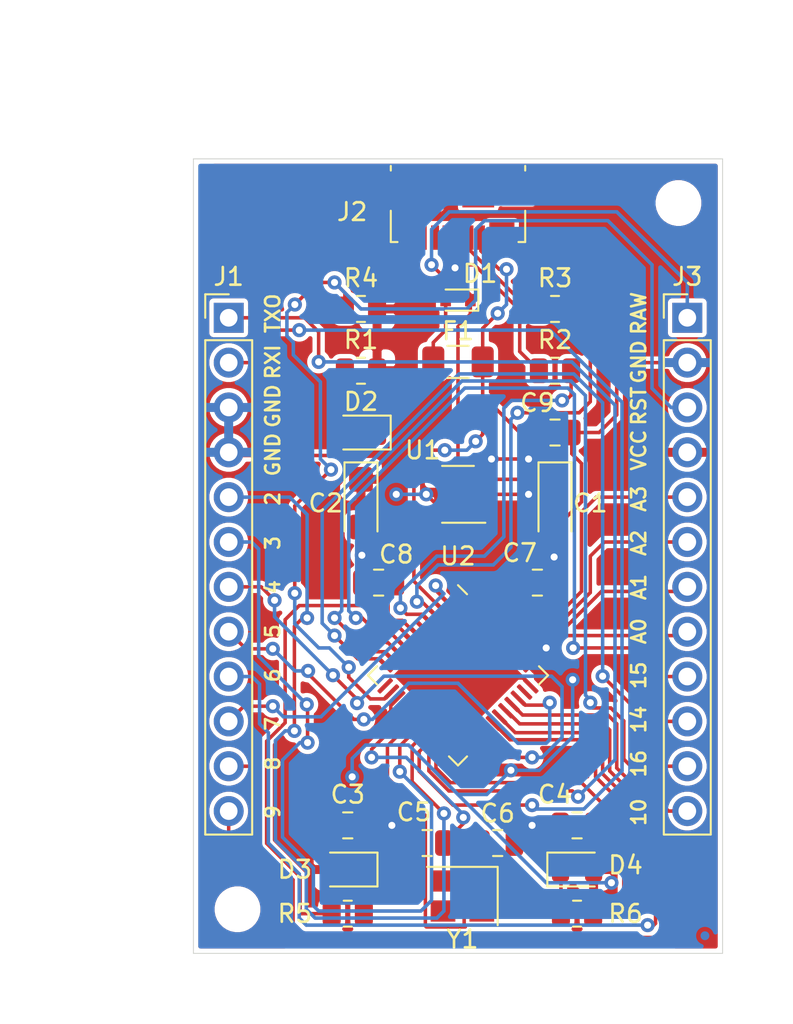
<source format=kicad_pcb>
(kicad_pcb (version 20171130) (host pcbnew 5.1.7-a382d34a8~87~ubuntu18.04.1)
  (title_block (title "Replica Pro Micro") (company "Autor : Raul Alejandro Camacho Dorado    Revisor: Jose Mauricio Lara Tapia") (comment 1 https://creativecommons.org/licenses/by-sa/4.0/) (comment 2 "Modificacion sin el respaldo del autor original") (comment 3 "Bajo licencia Creative Commons Attribution Share - Alike 4.0") (comment 4 "Basado en SparkFun Pro Micro (https://www.sparkfun.com/products/12587)"))
  (layers (0 F.Cu signal) (31 B.Cu signal) (34 B.Paste user hide) (35 F.Paste user hide) (36 B.SilkS user) (37 F.SilkS user) (38 B.Mask user hide) (39 F.Mask user hide) (44 Edge.Cuts user))
  (net 0 "")
  (net 1 GND)
  (net 2 /RAW)
  (net 3 +3V3)
  (net 4 "Net-(C5-Pad1)")
  (net 5 "Net-(C6-Pad1)")
  (net 6 "Net-(C7-Pad1)")
  (net 7 "Net-(C8-Pad1)")
  (net 8 VCC)
  (net 9 "Net-(D1-Pad2)")
  (net 10 "Net-(D2-Pad2)")
  (net 11 "Net-(D3-Pad1)")
  (net 12 "Net-(D4-Pad1)")
  (net 13 /TXO)
  (net 14 /RXI)
  (net 15 /D2)
  (net 16 /D3)
  (net 17 /D4)
  (net 18 /D5)
  (net 19 /D6)
  (net 20 /D7)
  (net 21 /D8)
  (net 22 /D9)
  (net 23 "Net-(J2-Pad5)")
  (net 24 "Net-(J2-Pad3)")
  (net 25 "Net-(J2-Pad2)")
  (net 26 /RESET)
  (net 27 /A3)
  (net 28 /A2)
  (net 29 /A1)
  (net 30 /A0)
  (net 31 /SCK)
  (net 32 /MISO)
  (net 33 /MOSI)
  (net 34 /D10)
  (net 35 "Net-(R2-Pad1)")
  (net 36 "Net-(R3-Pad1)")
  (net 37 "Net-(R5-Pad2)")
  (net 38 "Net-(R6-Pad2)")
  (net 39 "Net-(U1-Pad4)")
  (net 40 "Net-(U2-Pad12)")
  (net 41 "Net-(U2-Pad26)")
  (net 42 "Net-(U2-Pad32)")
  (net 43 "Net-(U2-Pad40)")
  (net 44 "Net-(U2-Pad41)")
  (module Connector_PinHeader_2.54mm:PinHeader_1x12_P2.54mm_Vertical (layer F.Cu) (at 112 79)
    (fp_text reference J1 (at 0 -2.33) (layer F.SilkS))
    (fp_text value Conn_01x12)
    (pad 12 thru_hole oval (at 0 27.94) (size 1.7 1.7) (drill 1) (layers *.Cu *.Mask) (net 22 /D9))
    (pad 11 thru_hole oval (at 0 25.4) (size 1.7 1.7) (drill 1) (layers *.Cu *.Mask) (net 21 /D8))
    (pad 10 thru_hole oval (at 0 22.86) (size 1.7 1.7) (drill 1) (layers *.Cu *.Mask) (net 20 /D7))
    (pad 9 thru_hole oval (at 0 20.32) (size 1.7 1.7) (drill 1) (layers *.Cu *.Mask) (net 19 /D6))
    (pad 8 thru_hole oval (at 0 17.78) (size 1.7 1.7) (drill 1) (layers *.Cu *.Mask) (net 18 /D5))
    (pad 7 thru_hole oval (at 0 15.24) (size 1.7 1.7) (drill 1) (layers *.Cu *.Mask) (net 17 /D4))
    (pad 6 thru_hole oval (at 0 12.7) (size 1.7 1.7) (drill 1) (layers *.Cu *.Mask) (net 16 /D3))
    (pad 5 thru_hole oval (at 0 10.16) (size 1.7 1.7) (drill 1) (layers *.Cu *.Mask) (net 15 /D2))
    (pad 4 thru_hole oval (at 0 7.62) (size 1.7 1.7) (drill 1) (layers *.Cu *.Mask) (net 1 GND))
    (pad 3 thru_hole oval (at 0 5.08) (size 1.7 1.7) (drill 1) (layers *.Cu *.Mask) (net 1 GND))
    (pad 2 thru_hole oval (at 0 2.54) (size 1.7 1.7) (drill 1) (layers *.Cu *.Mask) (net 14 /RXI))
    (pad 1 thru_hole rect (at 0 0) (size 1.7 1.7) (drill 1) (layers *.Cu *.Mask) (net 13 /TXO))
  )
  (module Capacitor_Tantalum_SMD:CP_EIA-3216-10_Kemet-I (layer F.Cu) (at 130.5 89.5 270)
    (fp_text reference C1 (at 0 -2 180) (layer F.SilkS))
    (fp_text value 10uF)
    (pad 2 smd roundrect (at 1.35 0 270) (size 1.4 1.35) (layers F.Cu F.Paste F.Mask) (roundrect_rratio 0.185185) (net 1 GND))
    (pad 1 smd roundrect (at -1.35 0 270) (size 1.4 1.35) (layers F.Cu F.Paste F.Mask) (roundrect_rratio 0.185185) (net 2 /RAW))
  )
  (module Capacitor_Tantalum_SMD:CP_EIA-3216-10_Kemet-I (layer F.Cu) (at 119.5 89.5 270)
    (fp_text reference C2 (at 0 2 180) (layer F.SilkS))
    (fp_text value 10uF)
    (pad 1 smd roundrect (at -1.35 0 270) (size 1.4 1.35) (layers F.Cu F.Paste F.Mask) (roundrect_rratio 0.185185) (net 3 +3V3))
    (pad 2 smd roundrect (at 1.35 0 270) (size 1.4 1.35) (layers F.Cu F.Paste F.Mask) (roundrect_rratio 0.185185) (net 1 GND))
  )
  (module Capacitor_SMD:C_0805_2012Metric (layer F.Cu) (at 118.75 107.75)
    (fp_text reference C3 (at 0 -1.75) (layer F.SilkS))
    (fp_text value 1uF)
    (pad 2 smd roundrect (at 0.95 0) (size 1 1.45) (layers F.Cu F.Paste F.Mask) (net 1 GND))
    (pad 1 smd roundrect (at -0.95 0) (size 1 1.45) (layers F.Cu F.Paste F.Mask) (net 3 +3V3))
  )
  (module Capacitor_SMD:C_0805_2012Metric (layer F.Cu) (at 131.75 107.75 180)
    (fp_text reference C4 (at 1.25 1.75) (layer F.SilkS))
    (fp_text value 1uF)
    (pad 1 smd roundrect (at -0.95 0 180) (size 1 1.45) (layers F.Cu F.Paste F.Mask) (net 3 +3V3))
    (pad 2 smd roundrect (at 0.95 0 180) (size 1 1.45) (layers F.Cu F.Paste F.Mask) (net 1 GND))
  )
  (module Capacitor_SMD:C_0805_2012Metric (layer F.Cu) (at 123.25 108.75 180)
    (fp_text reference C5 (at 0.75 1.75) (layer F.SilkS))
    (fp_text value 22pF)
    (pad 2 smd roundrect (at 0.95 0 180) (size 1 1.45) (layers F.Cu F.Paste F.Mask) (net 1 GND))
    (pad 1 smd roundrect (at -0.95 0 180) (size 1 1.45) (layers F.Cu F.Paste F.Mask) (net 4 "Net-(C5-Pad1)"))
  )
  (module Capacitor_SMD:C_0805_2012Metric (layer F.Cu) (at 127.25 108.75)
    (fp_text reference C6 (at 0 -1.68) (layer F.SilkS))
    (fp_text value 22pF)
    (pad 1 smd roundrect (at -0.95 0) (size 1 1.45) (layers F.Cu F.Paste F.Mask) (net 5 "Net-(C6-Pad1)"))
    (pad 2 smd roundrect (at 0.95 0) (size 1 1.45) (layers F.Cu F.Paste F.Mask) (net 1 GND))
  )
  (module Capacitor_SMD:C_0805_2012Metric (layer F.Cu) (at 129.5 94)
    (fp_text reference C7 (at -1 -1.68) (layer F.SilkS))
    (fp_text value 0.1uF)
    (pad 1 smd roundrect (at -0.95 0) (size 1 1.45) (layers F.Cu F.Paste F.Mask) (net 6 "Net-(C7-Pad1)"))
    (pad 2 smd roundrect (at 0.95 0) (size 1 1.45) (layers F.Cu F.Paste F.Mask) (net 1 GND))
  )
  (module Capacitor_SMD:C_0805_2012Metric (layer F.Cu) (at 120.5 94 180)
    (fp_text reference C8 (at -1 1.6) (layer F.SilkS))
    (fp_text value 1uF)
    (pad 2 smd roundrect (at 0.95 0 180) (size 1 1.45) (layers F.Cu F.Paste F.Mask) (net 1 GND))
    (pad 1 smd roundrect (at -0.95 0 180) (size 1 1.45) (layers F.Cu F.Paste F.Mask) (net 7 "Net-(C8-Pad1)"))
  )
  (module Capacitor_SMD:C_0805_2012Metric (layer F.Cu) (at 130.5 85.5)
    (fp_text reference C9 (at -1 -1.68) (layer F.SilkS))
    (fp_text value 1uF)
    (pad 1 smd roundrect (at -0.95 0) (size 1 1.45) (layers F.Cu F.Paste F.Mask) (net 8 VCC))
    (pad 2 smd roundrect (at 0.95 0) (size 1 1.45) (layers F.Cu F.Paste F.Mask) (net 1 GND))
  )
  (module Diode_SMD:D_SOD-523 (layer F.Cu) (at 125 78 180)
    (fp_text reference D1 (at -1.25 1.5) (layer F.SilkS))
    (fp_text value B0520WS-7-F)
    (pad 2 smd rect (at 0.7 0) (size 0.6 0.7) (layers F.Cu F.Paste F.Mask) (net 9 "Net-(D1-Pad2)"))
    (pad 1 smd rect (at -0.7 0) (size 0.6 0.7) (layers F.Cu F.Paste F.Mask) (net 2 /RAW))
  )
  (module LED_SMD:LED_0805_2012Metric (layer F.Cu) (at 119.5 85.5 180)
    (fp_text reference D2 (at 0 1.75) (layer F.SilkS))
    (fp_text value "LED Red")
    (pad 1 smd roundrect (at -0.9375 0 180) (size 0.975 1.4) (layers F.Cu F.Paste F.Mask) (net 1 GND))
    (pad 2 smd roundrect (at 0.9375 0 180) (size 0.975 1.4) (layers F.Cu F.Paste F.Mask) (net 10 "Net-(D2-Pad2)"))
  )
  (module LED_SMD:LED_0805_2012Metric (layer F.Cu) (at 118.75 110.25 180)
    (fp_text reference D3 (at 3 0) (layer F.SilkS))
    (fp_text value "LED Yellow")
    (pad 1 smd roundrect (at -0.9375 0 180) (size 0.975 1.4) (layers F.Cu F.Paste F.Mask) (net 11 "Net-(D3-Pad1)"))
    (pad 2 smd roundrect (at 0.9375 0 180) (size 0.975 1.4) (layers F.Cu F.Paste F.Mask) (net 3 +3V3))
  )
  (module LED_SMD:LED_0805_2012Metric (layer F.Cu) (at 131.75 110.25)
    (fp_text reference D4 (at 2.75 -0.25) (layer F.SilkS))
    (fp_text value "LED Green")
    (pad 2 smd roundrect (at 0.9375 0) (size 0.975 1.4) (layers F.Cu F.Paste F.Mask) (net 3 +3V3))
    (pad 1 smd roundrect (at -0.9375 0) (size 0.975 1.4) (layers F.Cu F.Paste F.Mask) (net 12 "Net-(D4-Pad1)"))
  )
  (module Fuse:Fuse_1206_3216Metric (layer F.Cu) (at 125 81.5)
    (fp_text reference F1 (at 0 -1.75) (layer F.SilkS))
    (fp_text value 500mA)
    (pad 1 smd roundrect (at -1.4 0) (size 1.25 1.75) (layers F.Cu F.Paste F.Mask) (roundrect_rratio 0.2) (net 9 "Net-(D1-Pad2)"))
    (pad 2 smd roundrect (at 1.4 0) (size 1.25 1.75) (layers F.Cu F.Paste F.Mask) (roundrect_rratio 0.2) (net 8 VCC))
  )
  (module Connector_USB:USB_Micro-B_Molex_47346-0001 (layer F.Cu) (at 125 73 180)
    (fp_text reference J2 (at 6 0 180) (layer F.SilkS))
    (fp_text value USB_A)
    (pad 1 smd rect (at -1.3 -1.46 180) (size 0.45 1.38) (layers F.Cu F.Paste F.Mask) (net 8 VCC))
    (pad 2 smd rect (at -0.65 -1.46 180) (size 0.45 1.38) (layers F.Cu F.Paste F.Mask) (net 25 "Net-(J2-Pad2)"))
    (pad 3 smd rect (at 0 -1.46 180) (size 0.45 1.38) (layers F.Cu F.Paste F.Mask) (net 24 "Net-(J2-Pad3)"))
    (pad 4 smd rect (at 0.65 -1.46 180) (size 0.45 1.38) (layers F.Cu F.Paste F.Mask) (net 1 GND))
    (pad 5 smd rect (at 1.3 -1.46 180) (size 0.45 1.38) (layers F.Cu F.Paste F.Mask) (net 23 "Net-(J2-Pad5)"))
    (pad 6 smd rect (at -2.4875 -1.375 180) (size 1.425 1.55) (layers F.Cu F.Paste F.Mask))
    (pad 6 smd rect (at 2.4875 -1.375 180) (size 1.425 1.55) (layers F.Cu F.Paste F.Mask))
    (pad 6 smd rect (at -3.375 1.2 180) (size 1.65 1.3) (layers F.Cu F.Paste F.Mask))
    (pad 6 smd rect (at 3.375 1.2 180) (size 1.65 1.3) (layers F.Cu F.Paste F.Mask))
    (pad 6 smd rect (at -1.15 1.2 180) (size 1.8 1.9) (layers F.Cu F.Paste F.Mask))
    (pad 6 smd rect (at 1.55 1.2 180) (size 1 1.9) (layers F.Cu F.Paste F.Mask))
  )
  (module Connector_PinHeader_2.54mm:PinHeader_1x12_P2.54mm_Vertical (layer F.Cu) (at 138 79)
    (fp_text reference J3 (at 0 -2.33) (layer F.SilkS))
    (fp_text value Conn_01x12)
    (pad 1 thru_hole rect (at 0 0) (size 1.7 1.7) (drill 1) (layers *.Cu *.Mask) (net 2 /RAW))
    (pad 2 thru_hole oval (at 0 2.54) (size 1.7 1.7) (drill 1) (layers *.Cu *.Mask) (net 1 GND))
    (pad 3 thru_hole oval (at 0 5.08) (size 1.7 1.7) (drill 1) (layers *.Cu *.Mask) (net 26 /RESET))
    (pad 4 thru_hole oval (at 0 7.62) (size 1.7 1.7) (drill 1) (layers *.Cu *.Mask) (net 3 +3V3))
    (pad 5 thru_hole oval (at 0 10.16) (size 1.7 1.7) (drill 1) (layers *.Cu *.Mask) (net 27 /A3))
    (pad 6 thru_hole oval (at 0 12.7) (size 1.7 1.7) (drill 1) (layers *.Cu *.Mask) (net 28 /A2))
    (pad 7 thru_hole oval (at 0 15.24) (size 1.7 1.7) (drill 1) (layers *.Cu *.Mask) (net 29 /A1))
    (pad 8 thru_hole oval (at 0 17.78) (size 1.7 1.7) (drill 1) (layers *.Cu *.Mask) (net 30 /A0))
    (pad 9 thru_hole oval (at 0 20.32) (size 1.7 1.7) (drill 1) (layers *.Cu *.Mask) (net 31 /SCK))
    (pad 10 thru_hole oval (at 0 22.86) (size 1.7 1.7) (drill 1) (layers *.Cu *.Mask) (net 32 /MISO))
    (pad 11 thru_hole oval (at 0 25.4) (size 1.7 1.7) (drill 1) (layers *.Cu *.Mask) (net 33 /MOSI))
    (pad 12 thru_hole oval (at 0 27.94) (size 1.7 1.7) (drill 1) (layers *.Cu *.Mask) (net 34 /D10))
  )
  (module Resistor_SMD:R_0805_2012Metric (layer F.Cu) (at 119.5 82 180)
    (fp_text reference R1 (at 0 1.75) (layer F.SilkS))
    (fp_text value 1K)
    (pad 1 smd roundrect (at -0.9125 0 180) (size 1.025 1.4) (layers F.Cu F.Paste F.Mask) (roundrect_rratio 0.243902) (net 3 +3V3))
    (pad 2 smd roundrect (at 0.9125 0 180) (size 1.025 1.4) (layers F.Cu F.Paste F.Mask) (roundrect_rratio 0.243902) (net 10 "Net-(D2-Pad2)"))
  )
  (module Resistor_SMD:R_0805_2012Metric (layer F.Cu) (at 130.5 82 180)
    (fp_text reference R2 (at 0 1.75) (layer F.SilkS))
    (fp_text value 22)
    (pad 2 smd roundrect (at 0.9125 0 180) (size 1.025 1.4) (layers F.Cu F.Paste F.Mask) (roundrect_rratio 0.243902) (net 24 "Net-(J2-Pad3)"))
    (pad 1 smd roundrect (at -0.9125 0 180) (size 1.025 1.4) (layers F.Cu F.Paste F.Mask) (roundrect_rratio 0.243902) (net 35 "Net-(R2-Pad1)"))
  )
  (module Resistor_SMD:R_0805_2012Metric (layer F.Cu) (at 130.5 78.5 180)
    (fp_text reference R3 (at 0 1.75) (layer F.SilkS))
    (fp_text value 22)
    (pad 1 smd roundrect (at -0.9125 0 180) (size 1.025 1.4) (layers F.Cu F.Paste F.Mask) (roundrect_rratio 0.243902) (net 36 "Net-(R3-Pad1)"))
    (pad 2 smd roundrect (at 0.9125 0 180) (size 1.025 1.4) (layers F.Cu F.Paste F.Mask) (roundrect_rratio 0.243902) (net 25 "Net-(J2-Pad2)"))
  )
  (module Resistor_SMD:R_0805_2012Metric (layer F.Cu) (at 119.5 78.5 180)
    (fp_text reference R4 (at 0 1.75) (layer F.SilkS))
    (fp_text value 10K)
    (pad 2 smd roundrect (at 0.9125 0 180) (size 1.025 1.4) (layers F.Cu F.Paste F.Mask) (roundrect_rratio 0.243902) (net 26 /RESET))
    (pad 1 smd roundrect (at -0.9125 0 180) (size 1.025 1.4) (layers F.Cu F.Paste F.Mask) (roundrect_rratio 0.243902) (net 3 +3V3))
  )
  (module Resistor_SMD:R_0805_2012Metric (layer F.Cu) (at 118.75 112.75 180)
    (fp_text reference R5 (at 3 0) (layer F.SilkS))
    (fp_text value 330)
    (pad 1 smd roundrect (at -0.9125 0 180) (size 1.025 1.4) (layers F.Cu F.Paste F.Mask) (roundrect_rratio 0.243902) (net 11 "Net-(D3-Pad1)"))
    (pad 2 smd roundrect (at 0.9125 0 180) (size 1.025 1.4) (layers F.Cu F.Paste F.Mask) (roundrect_rratio 0.243902) (net 37 "Net-(R5-Pad2)"))
  )
  (module Resistor_SMD:R_0805_2012Metric (layer F.Cu) (at 131.75 112.75)
    (fp_text reference R6 (at 2.75 0) (layer F.SilkS))
    (fp_text value 330)
    (pad 2 smd roundrect (at 0.9125 0) (size 1.025 1.4) (layers F.Cu F.Paste F.Mask) (roundrect_rratio 0.243902) (net 38 "Net-(R6-Pad2)"))
    (pad 1 smd roundrect (at -0.9125 0) (size 1.025 1.4) (layers F.Cu F.Paste F.Mask) (roundrect_rratio 0.243902) (net 12 "Net-(D4-Pad1)"))
  )
  (module Package_TO_SOT_SMD:SOT-23-5 (layer F.Cu) (at 125 89 180)
    (fp_text reference U1 (at 2 2.5) (layer F.SilkS))
    (fp_text value MIC5219-2.5YM5)
    (pad 1 smd rect (at -1.1 -0.95 180) (size 1.06 0.65) (layers F.Cu F.Paste F.Mask) (net 2 /RAW))
    (pad 2 smd rect (at -1.1 0 180) (size 1.06 0.65) (layers F.Cu F.Paste F.Mask) (net 1 GND))
    (pad 3 smd rect (at -1.1 0.95 180) (size 1.06 0.65) (layers F.Cu F.Paste F.Mask) (net 2 /RAW))
    (pad 4 smd rect (at 1.1 0.95 180) (size 1.06 0.65) (layers F.Cu F.Paste F.Mask) (net 39 "Net-(U1-Pad4)"))
    (pad 5 smd rect (at 1.1 -0.95 180) (size 1.06 0.65) (layers F.Cu F.Paste F.Mask) (net 3 +3V3))
  )
  (module Package_DFN_QFN:QFN-44-1EP_7x7mm_P0.5mm_EP5.2x5.2mm (layer F.Cu) (at 125 99.25 315)
    (fp_text reference U2 (at -4.772971 -4.772971) (layer F.SilkS))
    (fp_text value ATmega32U4-MU)
    (pad 1 smd roundrect (at -3.3375 -2.5 315) (size 1.075 0.25) (layers F.Cu F.Paste F.Mask) (net 20 /D7))
    (pad 2 smd roundrect (at -3.3375 -2 315) (size 1.075 0.25) (layers F.Cu F.Paste F.Mask) (net 8 VCC))
    (pad 3 smd roundrect (at -3.3375 -1.5 315) (size 1.075 0.25) (layers F.Cu F.Paste F.Mask) (net 36 "Net-(R3-Pad1)"))
    (pad 4 smd roundrect (at -3.3375 -1 315) (size 1.075 0.25) (layers F.Cu F.Paste F.Mask) (net 35 "Net-(R2-Pad1)"))
    (pad 5 smd roundrect (at -3.3375 -0.5 315) (size 1.075 0.25) (layers F.Cu F.Paste F.Mask) (net 1 GND))
    (pad 6 smd roundrect (at -3.3375 0 315) (size 1.075 0.25) (layers F.Cu F.Paste F.Mask) (net 7 "Net-(C8-Pad1)"))
    (pad 7 smd roundrect (at -3.3375 0.5 315) (size 1.075 0.25) (layers F.Cu F.Paste F.Mask) (net 8 VCC))
    (pad 8 smd roundrect (at -3.3375 1 315) (size 1.075 0.25) (layers F.Cu F.Paste F.Mask) (net 37 "Net-(R5-Pad2)"))
    (pad 9 smd roundrect (at -3.3375 1.5 315) (size 1.075 0.25) (layers F.Cu F.Paste F.Mask) (net 31 /SCK))
    (pad 10 smd roundrect (at -3.3375 2 315) (size 1.075 0.25) (layers F.Cu F.Paste F.Mask) (net 33 /MOSI))
    (pad 11 smd roundrect (at -3.3375 2.5 315) (size 1.075 0.25) (layers F.Cu F.Paste F.Mask) (net 32 /MISO))
    (pad 12 smd roundrect (at -2.5 3.3375 315) (size 0.25 1.075) (layers F.Cu F.Paste F.Mask) (net 40 "Net-(U2-Pad12)"))
    (pad 13 smd roundrect (at -2 3.3375 315) (size 0.25 1.075) (layers F.Cu F.Paste F.Mask) (net 26 /RESET))
    (pad 14 smd roundrect (at -1.5 3.3375 315) (size 0.25 1.075) (layers F.Cu F.Paste F.Mask) (net 3 +3V3))
    (pad 15 smd roundrect (at -1 3.3375 315) (size 0.25 1.075) (layers F.Cu F.Paste F.Mask) (net 1 GND))
    (pad 16 smd roundrect (at -0.5 3.3375 315) (size 0.25 1.075) (layers F.Cu F.Paste F.Mask) (net 4 "Net-(C5-Pad1)"))
    (pad 17 smd roundrect (at 0 3.3375 315) (size 0.25 1.075) (layers F.Cu F.Paste F.Mask) (net 5 "Net-(C6-Pad1)"))
    (pad 18 smd roundrect (at 0.5 3.3375 315) (size 0.25 1.075) (layers F.Cu F.Paste F.Mask) (net 16 /D3))
    (pad 19 smd roundrect (at 1 3.3375 315) (size 0.25 1.075) (layers F.Cu F.Paste F.Mask) (net 15 /D2))
    (pad 20 smd roundrect (at 1.5 3.3375 315) (size 0.25 1.075) (layers F.Cu F.Paste F.Mask) (net 14 /RXI))
    (pad 21 smd roundrect (at 2 3.3375 315) (size 0.25 1.075) (layers F.Cu F.Paste F.Mask) (net 13 /TXO))
    (pad 22 smd roundrect (at 2.5 3.3375 315) (size 0.25 1.075) (layers F.Cu F.Paste F.Mask) (net 38 "Net-(R6-Pad2)"))
    (pad 23 smd roundrect (at 3.3375 2.5 315) (size 1.075 0.25) (layers F.Cu F.Paste F.Mask) (net 1 GND))
    (pad 24 smd roundrect (at 3.3375 2 315) (size 1.075 0.25) (layers F.Cu F.Paste F.Mask) (net 3 +3V3))
    (pad 25 smd roundrect (at 3.3375 1.5 315) (size 1.075 0.25) (layers F.Cu F.Paste F.Mask) (net 17 /D4))
    (pad 26 smd roundrect (at 3.3375 1 315) (size 1.075 0.25) (layers F.Cu F.Paste F.Mask) (net 41 "Net-(U2-Pad26)"))
    (pad 27 smd roundrect (at 3.3375 0.5 315) (size 1.075 0.25) (layers F.Cu F.Paste F.Mask) (net 19 /D6))
    (pad 28 smd roundrect (at 3.3375 0 315) (size 1.075 0.25) (layers F.Cu F.Paste F.Mask) (net 21 /D8))
    (pad 29 smd roundrect (at 3.3375 -0.5 315) (size 1.075 0.25) (layers F.Cu F.Paste F.Mask) (net 22 /D9))
    (pad 30 smd roundrect (at 3.3375 -1 315) (size 1.075 0.25) (layers F.Cu F.Paste F.Mask) (net 34 /D10))
    (pad 31 smd roundrect (at 3.3375 -1.5 315) (size 1.075 0.25) (layers F.Cu F.Paste F.Mask) (net 18 /D5))
    (pad 32 smd roundrect (at 3.3375 -2 315) (size 1.075 0.25) (layers F.Cu F.Paste F.Mask) (net 42 "Net-(U2-Pad32)"))
    (pad 33 smd roundrect (at 3.3375 -2.5 315) (size 1.075 0.25) (layers F.Cu F.Paste F.Mask) (net 1 GND))
    (pad 34 smd roundrect (at 2.5 -3.3375 315) (size 0.25 1.075) (layers F.Cu F.Paste F.Mask) (net 3 +3V3))
    (pad 35 smd roundrect (at 2 -3.3375 315) (size 0.25 1.075) (layers F.Cu F.Paste F.Mask) (net 1 GND))
    (pad 36 smd roundrect (at 1.5 -3.3375 315) (size 0.25 1.075) (layers F.Cu F.Paste F.Mask) (net 30 /A0))
    (pad 37 smd roundrect (at 1 -3.3375 315) (size 0.25 1.075) (layers F.Cu F.Paste F.Mask) (net 29 /A1))
    (pad 38 smd roundrect (at 0.5 -3.3375 315) (size 0.25 1.075) (layers F.Cu F.Paste F.Mask) (net 28 /A2))
    (pad 39 smd roundrect (at 0 -3.3375 315) (size 0.25 1.075) (layers F.Cu F.Paste F.Mask) (net 27 /A3))
    (pad 40 smd roundrect (at -0.5 -3.3375 315) (size 0.25 1.075) (layers F.Cu F.Paste F.Mask) (net 43 "Net-(U2-Pad40)"))
    (pad 41 smd roundrect (at -1 -3.3375 315) (size 0.25 1.075) (layers F.Cu F.Paste F.Mask) (net 44 "Net-(U2-Pad41)"))
    (pad 42 smd roundrect (at -1.5 -3.3375 315) (size 0.25 1.075) (layers F.Cu F.Paste F.Mask) (net 6 "Net-(C7-Pad1)"))
    (pad 43 smd roundrect (at -2 -3.3375 315) (size 0.25 1.075) (layers F.Cu F.Paste F.Mask) (net 1 GND))
    (pad 44 smd roundrect (at -2.5 -3.3375 315) (size 0.25 1.075) (layers F.Cu F.Paste F.Mask) (net 3 +3V3))
    (pad 45 smd rect (at 0 0 315) (size 5.2 5.2) (layers F.Cu F.Mask) (net 1 GND))
  )
  (module Crystal:Crystal_SMD_3225-4Pin_3.2x2.5mm (layer F.Cu) (at 125.25 111.75 180)
    (fp_text reference Y1 (at 0 -2.45) (layer F.SilkS))
    (fp_text value 16MHz)
    (pad 1 smd rect (at -1.1 0.85 180) (size 1.4 1.2) (layers F.Cu F.Paste F.Mask) (net 5 "Net-(C6-Pad1)"))
    (pad 2 smd rect (at 1.1 0.85 180) (size 1.4 1.2) (layers F.Cu F.Paste F.Mask) (net 4 "Net-(C5-Pad1)"))
    (pad 3 smd rect (at 1.1 -0.85 180) (size 1.4 1.2) (layers F.Cu F.Paste F.Mask))
    (pad 4 smd rect (at -1.1 -0.85 180) (size 1.4 1.2) (layers F.Cu F.Paste F.Mask))
  )
  (module MountingHole:MountingHole_2.1mm (layer F.Cu) (at 137.5 72.5)
    (fp_text reference H1 hide)
    (fp_text value MountingHole)
    (pad "" np_thru_hole circle (at 0 0) (size 2.1 2.1) (drill 2.1) (layers *.Cu *.Mask))
  )
  (module MountingHole:MountingHole_2.1mm (layer F.Cu) (at 112.5 112.5)
    (fp_text reference H2 hide)
    (fp_text value MountingHole)
    (pad "" np_thru_hole circle (at 0 0) (size 2.1 2.1) (drill 2.1) (layers *.Cu))
  )
  (module Fiducial:Fiducial_0.5mm_Mask1mm (layer F.Cu) (at 111 71)
    (fp_text reference FID1 hide)
    (fp_text value Fiducial)
    (pad "" smd circle (at 0 0) (size 0.5 0.5) (layers F.Cu F.Mask) (clearance 0.25))
  )
  (module Fiducial:Fiducial_0.5mm_Mask1mm (layer B.Cu) (at 139 114)
    (fp_text reference FID2 hide)
    (fp_text value Fiducial)
    (pad "" smd circle (at 0 0) (size 0.5 0.5) (layers B.Cu B.Mask) (clearance 0.25))
  )
  (gr_text 10 (at 135.25 107 90) (layer F.SilkS) (effects (font (size 0.8 0.8))))
  (gr_text 16 (at 135.25 104.25 90) (layer F.SilkS) (effects (font (size 0.8 0.8))))
  (gr_text 14 (at 135.25 101.75 90) (layer F.SilkS) (effects (font (size 0.8 0.8))))
  (gr_text 15 (at 135.25 99.25 90) (layer F.SilkS) (effects (font (size 0.8 0.8))))
  (gr_text A0 (at 135.25 96.75 90) (layer F.SilkS) (effects (font (size 0.8 0.8))))
  (gr_text A1 (at 135.25 94.25 90) (layer F.SilkS) (effects (font (size 0.8 0.8))))
  (gr_text A2 (at 135.25 91.75 90) (layer F.SilkS) (effects (font (size 0.8 0.8))))
  (gr_text A3 (at 135.25 89.25 90) (layer F.SilkS) (effects (font (size 0.8 0.8))))
  (gr_text VCC (at 135.25 86.5 90) (layer F.SilkS) (effects (font (size 0.8 0.8))))
  (gr_text RST (at 135.25 84 90) (layer F.SilkS) (effects (font (size 0.8 0.8))))
  (gr_text GND (at 135.25 81.5 90) (layer F.SilkS) (effects (font (size 0.8 0.8))))
  (gr_text RAW (at 135.25 78.75 90) (layer F.SilkS) (effects (font (size 0.8 0.8))))
  (gr_text 9 (at 114.5 107 90) (layer F.SilkS) (effects (font (size 0.8 0.8))))
  (gr_text 8 (at 114.5 104.25 90) (layer F.SilkS) (effects (font (size 0.8 0.8))))
  (gr_text 7 (at 114.5 102 90) (layer F.SilkS) (effects (font (size 0.8 0.8))))
  (gr_text 6 (at 114.5 99.25 90) (layer F.SilkS) (effects (font (size 0.8 0.8))))
  (gr_text 5 (at 114.5 96.75 90) (layer F.SilkS) (effects (font (size 0.8 0.8))))
  (gr_text 4 (at 114.5 94.25 90) (layer F.SilkS) (effects (font (size 0.8 0.8))))
  (gr_text 3 (at 114.5 91.75 90) (layer F.SilkS) (effects (font (size 0.8 0.8))))
  (gr_text 2 (at 114.5 89.25 90) (layer F.SilkS) (effects (font (size 0.8 0.8))))
  (gr_text GND (at 114.5 86.75 90) (layer F.SilkS) (effects (font (size 0.8 0.8))))
  (gr_text GND (at 114.5 84 90) (layer F.SilkS) (effects (font (size 0.8 0.8))))
  (gr_text RXI (at 114.5 81.5 90) (layer F.SilkS) (effects (font (size 0.8 0.8))))
  (gr_text TXO (at 114.5 78.75 90) (layer F.SilkS) (effects (font (size 0.8 0.8))))
  (gr_line (start 110 115) (end 110 70) (layer Edge.Cuts) (width 0.05))
  (gr_line (start 140 115) (end 110 115) (layer Edge.Cuts) (width 0.05))
  (gr_line (start 140 70) (end 140 115) (layer Edge.Cuts) (width 0.05))
  (gr_line (start 110 70) (end 140 70) (layer Edge.Cuts) (width 0.05))
  (segment (start 121.3 107.75) (end 122.3 108.75) (width 0.2) (layer F.Cu) (net 1))
  (segment (start 119.7 107.75) (end 121.25 107.75) (width 0.2) (layer F.Cu) (net 1))
  (segment (start 129.2 107.75) (end 129.2 107.75) (width 0.2) (layer F.Cu) (net 1))
  (segment (start 130.8 107.75) (end 129.2 107.75) (width 0.2) (layer F.Cu) (net 1))
  (segment (start 121.25 107.75) (end 121.3 107.75) (width 0.2) (layer F.Cu) (net 1))
  (via (at 121.25 107.75) (size 0.8) (drill 0.4) (layers F.Cu B.Cu) (net 1))
  (segment (start 129.2 107.75) (end 128.2 108.75) (width 0.2) (layer F.Cu) (net 1))
  (via (at 129.2 107.75) (size 0.8) (drill 0.4) (layers F.Cu B.Cu) (net 1))
  (via (at 124.832587 76.172538) (size 0.8) (drill 0.4) (layers F.Cu B.Cu) (net 1))
  (segment (start 124.35 74.46) (end 124.35 75.689951) (width 0.2) (layer F.Cu) (net 1))
  (segment (start 124.35 75.689951) (end 124.832587 76.172538) (width 0.2) (layer F.Cu) (net 1))
  (segment (start 130.5 90.85) (end 130.5 90.5) (width 0.2) (layer F.Cu) (net 1))
  (segment (start 129 89) (end 129 89) (width 0.2) (layer F.Cu) (net 1))
  (segment (start 130.5 90.5) (end 129 89) (width 0.2) (layer F.Cu) (net 1))
  (segment (start 129 89) (end 126.1 89) (width 0.2) (layer F.Cu) (net 1))
  (via (at 129 89) (size 0.8) (drill 0.4) (layers F.Cu B.Cu) (net 1))
  (segment (start 119.55 90.9) (end 119.5 90.85) (width 0.2) (layer F.Cu) (net 1))
  (segment (start 119.55 94) (end 119.55 92.45) (width 0.2) (layer F.Cu) (net 1))
  (segment (start 119.55 92.45) (end 119.55 90.9) (width 0.2) (layer F.Cu) (net 1))
  (via (at 119.55 92.45) (size 0.8) (drill 0.4) (layers F.Cu B.Cu) (net 1))
  (segment (start 130.45 90.9) (end 130.5 90.85) (width 0.2) (layer F.Cu) (net 1))
  (segment (start 130.45 94) (end 130.45 92.55) (width 0.2) (layer F.Cu) (net 1))
  (segment (start 130.45 92.55) (end 130.45 90.9) (width 0.2) (layer F.Cu) (net 1))
  (via (at 130.45 92.55) (size 0.8) (drill 0.4) (layers F.Cu B.Cu) (net 1))
  (via (at 130 97.7) (size 0.8) (drill 0.4) (layers F.Cu B.Cu) (net 1))
  (segment (start 128.774182 98.304245) (end 129.378427 97.7) (width 0.2) (layer F.Cu) (net 1))
  (segment (start 129.378427 97.7) (end 130 97.7) (width 0.2) (layer F.Cu) (net 1))
  (segment (start 127.828427 99.25) (end 128.774182 98.304245) (width 0.2) (layer F.Cu) (net 1))
  (segment (start 125 99.25) (end 127.828427 99.25) (width 0.2) (layer F.Cu) (net 1))
  (segment (start 125.150378 102.935912) (end 125.592202 103.377736) (width 0.2) (layer F.Cu) (net 1))
  (segment (start 125.150378 99.400378) (end 125.150378 102.935912) (width 0.2) (layer F.Cu) (net 1))
  (segment (start 125 98.542893) (end 122.993585 96.536478) (width 0.2) (layer F.Cu) (net 1))
  (segment (start 125 99.25) (end 125 98.542893) (width 0.2) (layer F.Cu) (net 1))
  (segment (start 123.585786 99.25) (end 121.932924 100.902862) (width 0.2) (layer F.Cu) (net 1))
  (segment (start 125 99.25) (end 123.585786 99.25) (width 0.2) (layer F.Cu) (net 1))
  (segment (start 125 99.25) (end 128.429483 99.25) (width 0.2) (layer F.Cu) (net 1))
  (segment (start 125 96.421573) (end 125.945755 95.475818) (width 0.2) (layer F.Cu) (net 1))
  (segment (start 125 99.25) (end 125 96.421573) (width 0.2) (layer F.Cu) (net 1))
  (segment (start 128.685912 99.400378) (end 129.127736 99.842202) (width 0.2) (layer F.Cu) (net 1))
  (segment (start 125.150378 99.400378) (end 128.685912 99.400378) (width 0.2) (layer F.Cu) (net 1))
  (segment (start 125 99.25) (end 125.150378 99.400378) (width 0.2) (layer F.Cu) (net 1))
  (segment (start 131.45 85.5) (end 131.45 86.7) (width 0.2) (layer F.Cu) (net 1))
  (segment (start 131.45 86.7) (end 132 87.25) (width 0.2) (layer F.Cu) (net 1))
  (segment (start 130.584302 90.85) (end 130.5 90.85) (width 0.2) (layer F.Cu) (net 1))
  (segment (start 132 89.434302) (end 130.584302 90.85) (width 0.2) (layer F.Cu) (net 1))
  (segment (start 132 87.25) (end 132 89.434302) (width 0.2) (layer F.Cu) (net 1))
  (segment (start 131.45 85.5) (end 133 85.5) (width 0.2) (layer F.Cu) (net 1))
  (segment (start 133 85.5) (end 134 84.5) (width 0.2) (layer F.Cu) (net 1))
  (segment (start 134 84.5) (end 134 82.5) (width 0.2) (layer F.Cu) (net 1))
  (segment (start 134.96 81.54) (end 138 81.54) (width 0.2) (layer F.Cu) (net 1))
  (segment (start 134 82.5) (end 134.96 81.54) (width 0.2) (layer F.Cu) (net 1))
  (segment (start 120.4375 85.5) (end 119.1375 86.8) (width 0.2) (layer F.Cu) (net 1))
  (segment (start 112.18 86.8) (end 112 86.62) (width 0.2) (layer F.Cu) (net 1))
  (segment (start 119.1375 86.8) (end 112.18 86.8) (width 0.2) (layer F.Cu) (net 1))
  (via (at 129 87) (size 0.8) (drill 0.4) (layers F.Cu B.Cu) (net 1))
  (segment (start 129 89) (end 129 87) (width 0.2) (layer B.Cu) (net 1))
  (via (at 126.89999 87) (size 0.8) (drill 0.4) (layers F.Cu B.Cu) (net 1))
  (segment (start 129 87) (end 126.89999 87) (width 0.2) (layer F.Cu) (net 1))
  (segment (start 126.2 88.15) (end 126.1 88.05) (width 0.2) (layer F.Cu) (net 2))
  (segment (start 130.5 88.15) (end 126.2 88.15) (width 0.2) (layer F.Cu) (net 2))
  (segment (start 125 88) (end 126.05 88) (width 0.2) (layer F.Cu) (net 2))
  (segment (start 126.05 88) (end 126.1 88.05) (width 0.2) (layer F.Cu) (net 2))
  (segment (start 126.1 89.95) (end 125.45 89.95) (width 0.2) (layer F.Cu) (net 2))
  (segment (start 125 89.5) (end 125 88) (width 0.2) (layer F.Cu) (net 2))
  (segment (start 125.45 89.95) (end 125 89.5) (width 0.2) (layer F.Cu) (net 2))
  (segment (start 125.7 78) (end 125.7 78.8) (width 0.2) (layer F.Cu) (net 2))
  (segment (start 125.7 78.8) (end 125 79.5) (width 0.2) (layer F.Cu) (net 2))
  (segment (start 125 79.5) (end 125 88) (width 0.2) (layer F.Cu) (net 2))
  (segment (start 138 79) (end 138 77) (width 0.2) (layer B.Cu) (net 2))
  (segment (start 138 77) (end 134 73) (width 0.2) (layer B.Cu) (net 2))
  (segment (start 134 73) (end 124.5 73) (width 0.2) (layer B.Cu) (net 2))
  (via (at 123.5 76) (size 0.8) (drill 0.4) (layers F.Cu B.Cu) (net 2))
  (segment (start 124.5 73) (end 123.5 74) (width 0.2) (layer B.Cu) (net 2))
  (segment (start 123.5 74) (end 123.5 76) (width 0.2) (layer B.Cu) (net 2))
  (segment (start 123.5 76) (end 124.5 77) (width 0.2) (layer F.Cu) (net 2))
  (segment (start 124.5 77) (end 125 77) (width 0.2) (layer F.Cu) (net 2))
  (segment (start 125.7 77.7) (end 125.7 78) (width 0.2) (layer F.Cu) (net 2))
  (segment (start 125 77) (end 125.7 77.7) (width 0.2) (layer F.Cu) (net 2))
  (segment (start 121.190344 101.252736) (end 119.44308 103) (width 0.2) (layer F.Cu) (net 3))
  (segment (start 121.579371 100.549309) (end 121.190344 100.938336) (width 0.2) (layer F.Cu) (net 3))
  (segment (start 121.190344 100.938336) (end 121.190344 101.252736) (width 0.2) (layer F.Cu) (net 3))
  (via (at 133.69996 111) (size 0.8) (drill 0.4) (layers F.Cu B.Cu) (net 3))
  (segment (start 132.6875 110.25) (end 132.94996 110.25) (width 0.2) (layer F.Cu) (net 3))
  (segment (start 133.69996 111) (end 130 111) (width 0.2) (layer B.Cu) (net 3))
  (via (at 119 105) (size 0.8) (drill 0.4) (layers F.Cu B.Cu) (net 3))
  (segment (start 119 103.963998) (end 119 105) (width 0.2) (layer B.Cu) (net 3))
  (segment (start 119.763999 103.199999) (end 119 103.963998) (width 0.2) (layer B.Cu) (net 3))
  (segment (start 122.199999 103.199999) (end 119.763999 103.199999) (width 0.2) (layer B.Cu) (net 3))
  (via (at 128 104.628445) (size 0.8) (drill 0.4) (layers F.Cu B.Cu) (net 3))
  (segment (start 125.945755 103.024182) (end 127.550018 104.628445) (width 0.2) (layer F.Cu) (net 3))
  (segment (start 127.550018 104.628445) (end 128 104.628445) (width 0.2) (layer F.Cu) (net 3))
  (segment (start 124.628445 105.628445) (end 124 105) (width 0.2) (layer B.Cu) (net 3))
  (segment (start 130 111) (end 124 105) (width 0.2) (layer B.Cu) (net 3))
  (segment (start 124 105) (end 122.199999 103.199999) (width 0.2) (layer B.Cu) (net 3))
  (via (at 131.5 99.5) (size 0.8) (drill 0.4) (layers F.Cu B.Cu) (net 3))
  (segment (start 131.5 102.731398) (end 131.5 99.5) (width 0.2) (layer B.Cu) (net 3))
  (segment (start 128 104.628445) (end 129.602953 104.628445) (width 0.2) (layer B.Cu) (net 3))
  (segment (start 129.602953 104.628445) (end 131.5 102.731398) (width 0.2) (layer B.Cu) (net 3))
  (segment (start 128 104.628445) (end 126.628445 106) (width 0.2) (layer B.Cu) (net 3))
  (segment (start 126.628445 106) (end 125 106) (width 0.2) (layer B.Cu) (net 3))
  (via (at 123.2 89) (size 0.8) (drill 0.4) (layers F.Cu B.Cu) (net 3))
  (segment (start 123.9 89.95) (end 123.9 89.7) (width 0.2) (layer F.Cu) (net 3))
  (segment (start 123.9 89.7) (end 123.2 89) (width 0.2) (layer F.Cu) (net 3))
  (segment (start 123.2 89) (end 121.5 89) (width 0.2) (layer B.Cu) (net 3))
  (via (at 121.5 89) (size 0.8) (drill 0.4) (layers F.Cu B.Cu) (net 3))
  (segment (start 120.35 89) (end 119.5 88.15) (width 0.2) (layer F.Cu) (net 3))
  (segment (start 121.5 89) (end 120.35 89) (width 0.2) (layer F.Cu) (net 3))
  (segment (start 124.2 110.85) (end 124.15 110.9) (width 0.2) (layer F.Cu) (net 4))
  (segment (start 124.2 108.75) (end 124.2 110.85) (width 0.2) (layer F.Cu) (net 4))
  (via (at 120.1 103.9) (size 0.8) (drill 0.4) (layers F.Cu B.Cu) (net 4))
  (segment (start 122.286478 101.256415) (end 120.1 103.442893) (width 0.2) (layer F.Cu) (net 4))
  (segment (start 120.1 103.442893) (end 120.1 103.9) (width 0.2) (layer F.Cu) (net 4))
  (via (at 125.3 107.3) (size 0.8) (drill 0.4) (layers F.Cu B.Cu) (net 4))
  (segment (start 125.3 107.135345) (end 125.3 107.3) (width 0.2) (layer B.Cu) (net 4))
  (segment (start 120.1 103.9) (end 122.064655 103.9) (width 0.2) (layer B.Cu) (net 4))
  (segment (start 122.064655 103.9) (end 125.3 107.135345) (width 0.2) (layer B.Cu) (net 4))
  (segment (start 125.3 107.65) (end 124.2 108.75) (width 0.2) (layer F.Cu) (net 4))
  (segment (start 125.3 107.3) (end 125.3 107.65) (width 0.2) (layer F.Cu) (net 4))
  (segment (start 126.3 110.85) (end 126.35 110.9) (width 0.2) (layer F.Cu) (net 5))
  (segment (start 126.3 108.75) (end 126.3 110.85) (width 0.2) (layer F.Cu) (net 5))
  (segment (start 125.349999 113.440001) (end 125.349999 111.750001) (width 0.2) (layer F.Cu) (net 5))
  (segment (start 125.409999 113.500001) (end 125.349999 113.440001) (width 0.2) (layer F.Cu) (net 5))
  (segment (start 122.640031 101.609969) (end 120.999989 103.250011) (width 0.2) (layer F.Cu) (net 5))
  (segment (start 120.999989 103.250011) (end 120.999989 105.043471) (width 0.2) (layer F.Cu) (net 5))
  (segment (start 120.999989 105.043471) (end 123.149999 107.193481) (width 0.2) (layer F.Cu) (net 5))
  (segment (start 123.149999 107.193481) (end 123.149999 113.440001) (width 0.2) (layer F.Cu) (net 5))
  (segment (start 123.149999 113.440001) (end 123.209999 113.500001) (width 0.2) (layer F.Cu) (net 5))
  (segment (start 123.209999 113.500001) (end 125.409999 113.500001) (width 0.2) (layer F.Cu) (net 5))
  (segment (start 126.2 110.9) (end 126.35 110.9) (width 0.2) (layer F.Cu) (net 5))
  (segment (start 125.349999 111.750001) (end 126.2 110.9) (width 0.2) (layer F.Cu) (net 5))
  (segment (start 128.55 94) (end 128.23473 94) (width 0.2) (layer F.Cu) (net 6))
  (segment (start 128.12868 94) (end 126.299309 95.829371) (width 0.2) (layer F.Cu) (net 6))
  (segment (start 128.55 94) (end 128.12868 94) (width 0.2) (layer F.Cu) (net 6))
  (segment (start 121.036054 94.413946) (end 121.45 94) (width 0.2) (layer F.Cu) (net 7))
  (segment (start 121.036054 95.776171) (end 121.036054 94.413946) (width 0.2) (layer F.Cu) (net 7))
  (segment (start 121.400054 96.140171) (end 121.036054 95.776171) (width 0.2) (layer F.Cu) (net 7))
  (segment (start 121.840171 96.140171) (end 121.400054 96.140171) (width 0.2) (layer F.Cu) (net 7))
  (segment (start 122.590031 96.890031) (end 121.840171 96.140171) (width 0.2) (layer F.Cu) (net 7))
  (segment (start 122.640031 96.890031) (end 122.590031 96.890031) (width 0.2) (layer F.Cu) (net 7))
  (segment (start 129.55 85.5) (end 128.5 85.5) (width 0.2) (layer F.Cu) (net 8))
  (segment (start 126.4 83.4) (end 126.4 81.5) (width 0.2) (layer F.Cu) (net 8))
  (segment (start 128.5 85.5) (end 126.4 83.4) (width 0.2) (layer F.Cu) (net 8))
  (segment (start 124.054245 95.475818) (end 122.5 93.921573) (width 0.2) (layer F.Cu) (net 8))
  (segment (start 122.5 87.5) (end 123.5 86.5) (width 0.2) (layer F.Cu) (net 8))
  (via (at 124.25 86.5) (size 0.8) (drill 0.4) (layers F.Cu B.Cu) (net 8))
  (segment (start 123.5 86.5) (end 124.25 86.5) (width 0.2) (layer F.Cu) (net 8))
  (via (at 126 86) (size 0.8) (drill 0.4) (layers F.Cu B.Cu) (net 8))
  (segment (start 124.25 86.5) (end 125.5 86.5) (width 0.2) (layer B.Cu) (net 8))
  (segment (start 125.5 86.5) (end 126 86) (width 0.2) (layer B.Cu) (net 8))
  (segment (start 126.4 85.6) (end 126.4 83.4) (width 0.2) (layer F.Cu) (net 8))
  (segment (start 126 86) (end 126.4 85.6) (width 0.2) (layer F.Cu) (net 8))
  (via (at 127.75 76.25) (size 0.8) (drill 0.4) (layers F.Cu B.Cu) (net 8))
  (segment (start 127.334998 76.25) (end 127.75 76.25) (width 0.2) (layer F.Cu) (net 8))
  (segment (start 126.3 74.46) (end 126.3 75.215002) (width 0.2) (layer F.Cu) (net 8))
  (segment (start 126.3 75.215002) (end 127.334998 76.25) (width 0.2) (layer F.Cu) (net 8))
  (segment (start 127.75 76.25) (end 127.75 78.25) (width 0.2) (layer B.Cu) (net 8))
  (via (at 127.25 78.75) (size 0.8) (drill 0.4) (layers F.Cu B.Cu) (net 8))
  (segment (start 127.75 78.25) (end 127.25 78.75) (width 0.2) (layer B.Cu) (net 8))
  (segment (start 126.4 79.6) (end 126.4 81.5) (width 0.2) (layer F.Cu) (net 8))
  (segment (start 127.25 78.75) (end 126.4 79.6) (width 0.2) (layer F.Cu) (net 8))
  (segment (start 122.5 93.921573) (end 122.5 92.5) (width 0.2) (layer F.Cu) (net 8))
  (segment (start 122.5 92.5) (end 122.5 87.5) (width 0.2) (layer F.Cu) (net 8))
  (segment (start 120.636044 93.311122) (end 121.147166 92.8) (width 0.2) (layer F.Cu) (net 8))
  (segment (start 120.636044 95.94186) (end 120.636044 93.311122) (width 0.2) (layer F.Cu) (net 8))
  (segment (start 121.234365 96.540181) (end 120.636044 95.94186) (width 0.2) (layer F.Cu) (net 8))
  (segment (start 122.286478 97.243585) (end 122.286478 97.152177) (width 0.2) (layer F.Cu) (net 8))
  (segment (start 121.674482 96.540181) (end 121.234365 96.540181) (width 0.2) (layer F.Cu) (net 8))
  (segment (start 122.286478 97.152177) (end 121.674482 96.540181) (width 0.2) (layer F.Cu) (net 8))
  (segment (start 122.2 92.8) (end 122.5 92.5) (width 0.2) (layer F.Cu) (net 8))
  (segment (start 121.147166 92.8) (end 122.2 92.8) (width 0.2) (layer F.Cu) (net 8))
  (segment (start 123.6 81.5) (end 123.6 80.4) (width 0.2) (layer F.Cu) (net 9))
  (segment (start 124.3 79.7) (end 124.3 78) (width 0.2) (layer F.Cu) (net 9))
  (segment (start 123.6 80.4) (end 124.3 79.7) (width 0.2) (layer F.Cu) (net 9))
  (segment (start 118.5625 82.025) (end 118.5875 82) (width 0.2) (layer F.Cu) (net 10))
  (segment (start 118.5625 85.5) (end 118.5625 82.025) (width 0.2) (layer F.Cu) (net 10))
  (segment (start 119.6625 110.275) (end 119.6875 110.25) (width 0.2) (layer F.Cu) (net 11))
  (segment (start 119.6625 112.75) (end 119.6625 110.275) (width 0.2) (layer F.Cu) (net 11))
  (segment (start 130.8375 110.275) (end 130.8125 110.25) (width 0.2) (layer F.Cu) (net 12))
  (segment (start 130.8375 112.75) (end 130.8375 110.275) (width 0.2) (layer F.Cu) (net 12))
  (segment (start 123.34999 104.665689) (end 124.484301 105.8) (width 0.2) (layer F.Cu) (net 13))
  (segment (start 124.054245 103.024182) (end 123.34999 103.728437) (width 0.2) (layer F.Cu) (net 13))
  (segment (start 123.34999 103.728437) (end 123.34999 104.665689) (width 0.2) (layer F.Cu) (net 13))
  (via (at 131.805 106.123445) (size 0.8) (drill 0.4) (layers F.Cu B.Cu) (net 13))
  (segment (start 124.484301 105.8) (end 131.481555 105.8) (width 0.2) (layer F.Cu) (net 13))
  (segment (start 131.481555 105.8) (end 131.805 106.123445) (width 0.2) (layer F.Cu) (net 13))
  (segment (start 133.900001 83.946928) (end 131.453073 81.5) (width 0.2) (layer B.Cu) (net 13))
  (segment (start 131.805 106.123445) (end 133.900001 104.028444) (width 0.2) (layer B.Cu) (net 13))
  (segment (start 133.900001 104.028444) (end 133.900001 83.946928) (width 0.2) (layer B.Cu) (net 13))
  (via (at 117.1 81.5) (size 0.8) (drill 0.4) (layers F.Cu B.Cu) (net 13))
  (segment (start 131.453073 81.5) (end 117.1 81.5) (width 0.2) (layer B.Cu) (net 13))
  (segment (start 117.1 81.5) (end 117.1 79.8) (width 0.2) (layer F.Cu) (net 13))
  (segment (start 116.3 79) (end 112 79) (width 0.2) (layer F.Cu) (net 13))
  (segment (start 117.1 79.8) (end 116.3 79) (width 0.2) (layer F.Cu) (net 13))
  (segment (start 112 81.54) (end 113.46 81.54) (width 0.2) (layer F.Cu) (net 14))
  (segment (start 113.46 81.54) (end 114.4 80.6) (width 0.2) (layer F.Cu) (net 14))
  (segment (start 114.4 80.6) (end 114.4 80) (width 0.2) (layer F.Cu) (net 14))
  (via (at 116 79.7) (size 0.8) (drill 0.4) (layers F.Cu B.Cu) (net 14))
  (segment (start 114.4 80) (end 114.7 79.7) (width 0.2) (layer F.Cu) (net 14))
  (segment (start 114.7 79.7) (end 116 79.7) (width 0.2) (layer F.Cu) (net 14))
  (segment (start 130.218771 79.7) (end 131.618763 81.099992) (width 0.2) (layer B.Cu) (net 14))
  (segment (start 116 79.7) (end 130.218771 79.7) (width 0.2) (layer B.Cu) (net 14))
  (segment (start 131.618763 81.099992) (end 134.300011 83.781239) (width 0.2) (layer B.Cu) (net 14))
  (segment (start 134.300011 104.664436) (end 132.141001 106.823446) (width 0.2) (layer B.Cu) (net 14))
  (segment (start 134.300011 83.781239) (end 134.300011 104.664436) (width 0.2) (layer B.Cu) (net 14))
  (via (at 129.2 106.6) (size 0.8) (drill 0.4) (layers F.Cu B.Cu) (net 14))
  (segment (start 132.141001 106.823446) (end 129.423446 106.823446) (width 0.2) (layer B.Cu) (net 14))
  (segment (start 129.423446 106.823446) (end 129.2 106.6) (width 0.2) (layer B.Cu) (net 14))
  (segment (start 122.8 103.57132) (end 123.700691 102.670629) (width 0.2) (layer F.Cu) (net 14))
  (segment (start 122.8 104.681397) (end 122.8 103.57132) (width 0.2) (layer F.Cu) (net 14))
  (segment (start 129.2 106.6) (end 124.718603 106.6) (width 0.2) (layer F.Cu) (net 14))
  (segment (start 124.718603 106.6) (end 122.8 104.681397) (width 0.2) (layer F.Cu) (net 14))
  (via (at 124.201653 107.073) (size 0.8) (drill 0.4) (layers F.Cu B.Cu) (net 15))
  (segment (start 122.39999 105.271337) (end 124.201653 107.073) (width 0.2) (layer F.Cu) (net 15))
  (segment (start 123.347138 102.317076) (end 122.39999 103.264224) (width 0.2) (layer F.Cu) (net 15))
  (segment (start 122.39999 103.264224) (end 122.39999 105.271337) (width 0.2) (layer F.Cu) (net 15))
  (segment (start 124.201653 107.073) (end 124.201653 112.598347) (width 0.2) (layer B.Cu) (net 15))
  (segment (start 124.201653 112.598347) (end 123.80002 112.99998) (width 0.2) (layer B.Cu) (net 15))
  (segment (start 123.80002 112.99998) (end 117 112.99998) (width 0.2) (layer B.Cu) (net 15))
  (segment (start 116.89998 112.99998) (end 116.40001 112.50001) (width 0.2) (layer B.Cu) (net 15))
  (segment (start 117 112.99998) (end 116.89998 112.99998) (width 0.2) (layer B.Cu) (net 15))
  (segment (start 116.40001 110.334311) (end 115.6 109.534301) (width 0.2) (layer B.Cu) (net 15))
  (segment (start 116.40001 112.50001) (end 116.40001 110.334311) (width 0.2) (layer B.Cu) (net 15))
  (segment (start 115.6 109.534301) (end 114.65001 108.584312) (width 0.2) (layer B.Cu) (net 15))
  (segment (start 114.65001 108.584312) (end 114.65001 103) (width 0.2) (layer B.Cu) (net 15))
  (segment (start 114.65001 103) (end 114.65001 102.94999) (width 0.2) (layer B.Cu) (net 15))
  (via (at 115.725501 102.398441) (size 0.8) (drill 0.4) (layers F.Cu B.Cu) (net 15))
  (segment (start 114.65001 102.94999) (end 115.201559 102.398441) (width 0.2) (layer B.Cu) (net 15))
  (segment (start 115.201559 102.398441) (end 115.725501 102.398441) (width 0.2) (layer B.Cu) (net 15))
  (segment (start 115.725501 102.398441) (end 115.725501 96.474499) (width 0.2) (layer F.Cu) (net 15))
  (via (at 116.444975 96) (size 0.8) (drill 0.4) (layers F.Cu B.Cu) (net 15))
  (segment (start 115.725501 96.474499) (end 116.2 96) (width 0.2) (layer F.Cu) (net 15))
  (segment (start 116.2 96) (end 116.444975 96) (width 0.2) (layer F.Cu) (net 15))
  (segment (start 116.444975 96) (end 116.444975 90.144975) (width 0.2) (layer B.Cu) (net 15))
  (segment (start 115.46 89.16) (end 112 89.16) (width 0.2) (layer B.Cu) (net 15))
  (segment (start 116.444975 90.144975) (end 115.46 89.16) (width 0.2) (layer B.Cu) (net 15))
  (via (at 121.69999 104.70747) (size 0.8) (drill 0.4) (layers F.Cu B.Cu) (net 16))
  (segment (start 116.471809 100.946308) (end 116.425501 100.9) (width 0.2) (layer F.Cu) (net 16))
  (segment (start 121.69999 104.70747) (end 123.5 106.50748) (width 0.2) (layer B.Cu) (net 16))
  (segment (start 116.80002 112.30002) (end 116.80002 110.168622) (width 0.2) (layer B.Cu) (net 16))
  (segment (start 122.90003 112.59997) (end 117.5 112.59997) (width 0.2) (layer B.Cu) (net 16))
  (segment (start 116.035956 103.064044) (end 116.471809 103.064044) (width 0.2) (layer B.Cu) (net 16))
  (segment (start 123.5 112) (end 122.90003 112.59997) (width 0.2) (layer B.Cu) (net 16))
  (segment (start 115.05002 108.418622) (end 115.05002 104.04998) (width 0.2) (layer B.Cu) (net 16))
  (segment (start 121.69999 103.257117) (end 121.69999 104.70747) (width 0.2) (layer F.Cu) (net 16))
  (segment (start 116.80002 110.168622) (end 115.05002 108.418622) (width 0.2) (layer B.Cu) (net 16))
  (segment (start 117.09997 112.59997) (end 116.80002 112.30002) (width 0.2) (layer B.Cu) (net 16))
  (via (at 116.471809 103.064044) (size 0.8) (drill 0.4) (layers F.Cu B.Cu) (net 16))
  (segment (start 115.05002 104.04998) (end 116.035956 103.064044) (width 0.2) (layer B.Cu) (net 16))
  (segment (start 117.5 112.59997) (end 117.09997 112.59997) (width 0.2) (layer B.Cu) (net 16))
  (segment (start 122.993585 101.963522) (end 121.69999 103.257117) (width 0.2) (layer F.Cu) (net 16))
  (segment (start 116.471809 103.064044) (end 116.471809 100.946308) (width 0.2) (layer F.Cu) (net 16))
  (segment (start 123.5 106.50748) (end 123.5 112) (width 0.2) (layer B.Cu) (net 16))
  (via (at 116.425501 100.9) (size 0.8) (drill 0.4) (layers F.Cu B.Cu) (net 16))
  (segment (start 113.699999 98.174498) (end 113.699999 92.099999) (width 0.2) (layer B.Cu) (net 16))
  (segment (start 116.425501 100.9) (end 113.699999 98.174498) (width 0.2) (layer B.Cu) (net 16))
  (segment (start 113.3 91.7) (end 112 91.7) (width 0.2) (layer B.Cu) (net 16))
  (segment (start 113.699999 92.099999) (end 113.3 91.7) (width 0.2) (layer B.Cu) (net 16))
  (via (at 114.6 95) (size 0.8) (drill 0.4) (layers F.Cu B.Cu) (net 17))
  (segment (start 112 94.24) (end 113.84 94.24) (width 0.2) (layer F.Cu) (net 17))
  (segment (start 113.84 94.24) (end 114.6 95) (width 0.2) (layer F.Cu) (net 17))
  (via (at 117.911712 99.244419) (size 0.8) (drill 0.4) (layers F.Cu B.Cu) (net 17))
  (segment (start 114.6 95) (end 114.6 95.932707) (width 0.2) (layer B.Cu) (net 17))
  (segment (start 114.6 95.932707) (end 117.911712 99.244419) (width 0.2) (layer B.Cu) (net 17))
  (via (at 119.277206 100.822794) (size 0.8) (drill 0.4) (layers F.Cu B.Cu) (net 17))
  (segment (start 117.911712 99.244419) (end 119.277206 100.609913) (width 0.2) (layer F.Cu) (net 17))
  (segment (start 119.277206 100.609913) (end 119.277206 100.822794) (width 0.2) (layer F.Cu) (net 17))
  (via (at 129.2 103.9) (size 0.8) (drill 0.4) (layers F.Cu B.Cu) (net 17))
  (segment (start 127.52868 103.9) (end 126.299309 102.670629) (width 0.2) (layer F.Cu) (net 17))
  (segment (start 129.2 103.9) (end 127.52868 103.9) (width 0.2) (layer F.Cu) (net 17))
  (segment (start 130.900001 102.765698) (end 130.900001 99.900001) (width 0.2) (layer B.Cu) (net 17))
  (segment (start 129.2 103.9) (end 129.765699 103.9) (width 0.2) (layer B.Cu) (net 17))
  (segment (start 129.765699 103.9) (end 130.900001 102.765698) (width 0.2) (layer B.Cu) (net 17))
  (segment (start 120.80001 99.29999) (end 119.277206 100.822794) (width 0.2) (layer B.Cu) (net 17))
  (segment (start 130.29999 99.29999) (end 120.80001 99.29999) (width 0.2) (layer B.Cu) (net 17))
  (segment (start 130.900001 99.900001) (end 130.29999 99.29999) (width 0.2) (layer B.Cu) (net 17))
  (via (at 130.2 100.8) (size 0.8) (drill 0.4) (layers F.Cu B.Cu) (net 18))
  (segment (start 130.061665 100.938335) (end 130.2 100.8) (width 0.2) (layer F.Cu) (net 18))
  (segment (start 128.420629 100.549309) (end 128.809655 100.938335) (width 0.2) (layer F.Cu) (net 18))
  (segment (start 128.809655 100.938335) (end 130.061665 100.938335) (width 0.2) (layer F.Cu) (net 18))
  (segment (start 130.2 100.8) (end 130.2 102.9) (width 0.2) (layer B.Cu) (net 18))
  (segment (start 130.2 102.9) (end 130 103.1) (width 0.2) (layer B.Cu) (net 18))
  (segment (start 130 103.1) (end 128.4 103.1) (width 0.2) (layer B.Cu) (net 18))
  (segment (start 125 99.7) (end 122.9 99.7) (width 0.2) (layer B.Cu) (net 18))
  (segment (start 128.4 103.1) (end 125 99.7) (width 0.2) (layer B.Cu) (net 18))
  (segment (start 122.9 99.7) (end 122.2 99.7) (width 0.2) (layer B.Cu) (net 18))
  (via (at 119.660767 101.746311) (size 0.8) (drill 0.4) (layers F.Cu B.Cu) (net 18))
  (segment (start 122.2 99.7) (end 120.153689 101.746311) (width 0.2) (layer B.Cu) (net 18))
  (segment (start 120.153689 101.746311) (end 119.660767 101.746311) (width 0.2) (layer B.Cu) (net 18))
  (via (at 116.5 99) (size 0.8) (drill 0.4) (layers F.Cu B.Cu) (net 18))
  (segment (start 116.5 99.151229) (end 116.5 99) (width 0.2) (layer F.Cu) (net 18))
  (segment (start 119.660767 101.746311) (end 119.095082 101.746311) (width 0.2) (layer F.Cu) (net 18))
  (segment (start 119.095082 101.746311) (end 116.5 99.151229) (width 0.2) (layer F.Cu) (net 18))
  (via (at 114.5 97.75) (size 0.8) (drill 0.4) (layers F.Cu B.Cu) (net 18))
  (segment (start 112.42 97.2) (end 112 96.78) (width 0.2) (layer F.Cu) (net 18))
  (segment (start 115.75 99) (end 114.5 97.75) (width 0.2) (layer B.Cu) (net 18))
  (segment (start 116.5 99) (end 115.75 99) (width 0.2) (layer B.Cu) (net 18))
  (segment (start 112.97 97.75) (end 112 96.78) (width 0.2) (layer F.Cu) (net 18))
  (segment (start 114.5 97.75) (end 112.97 97.75) (width 0.2) (layer F.Cu) (net 18))
  (segment (start 127.006415 101.963522) (end 127.942903 102.90001) (width 0.2) (layer F.Cu) (net 19))
  (segment (start 127.942903 102.90001) (end 128.084311 102.90001) (width 0.2) (layer F.Cu) (net 19))
  (segment (start 128.084311 102.90001) (end 132.40001 102.90001) (width 0.2) (layer F.Cu) (net 19))
  (segment (start 132.40001 102.90001) (end 132.79997 103.29997) (width 0.2) (layer F.Cu) (net 19))
  (segment (start 132.79997 104.997067) (end 133.5 105.697097) (width 0.2) (layer F.Cu) (net 19))
  (segment (start 132.79997 103.29997) (end 132.79997 104.997067) (width 0.2) (layer F.Cu) (net 19))
  (segment (start 133.5 105.697097) (end 135.151453 107.348548) (width 0.2) (layer F.Cu) (net 19))
  (segment (start 135.19998 109.081378) (end 135.868604 109.75) (width 0.2) (layer F.Cu) (net 19))
  (segment (start 135.151453 107.348548) (end 135.19998 107.397075) (width 0.2) (layer F.Cu) (net 19))
  (segment (start 135.19998 107.397075) (end 135.19998 109.081378) (width 0.2) (layer F.Cu) (net 19))
  (segment (start 135.868604 109.75) (end 136.19998 110.081376) (width 0.2) (layer F.Cu) (net 19))
  (segment (start 136.19998 110.081376) (end 136.19998 113.30002) (width 0.2) (layer F.Cu) (net 19))
  (segment (start 136.19998 113.30002) (end 136.10001 113.39999) (width 0.2) (layer F.Cu) (net 19))
  (via (at 135.75 113.39999) (size 0.8) (drill 0.4) (layers F.Cu B.Cu) (net 19))
  (segment (start 136.10001 113.39999) (end 135.75 113.39999) (width 0.2) (layer F.Cu) (net 19))
  (segment (start 113.32 99.32) (end 112 99.32) (width 0.2) (layer B.Cu) (net 19))
  (segment (start 113.75 99.75) (end 113.32 99.32) (width 0.2) (layer B.Cu) (net 19))
  (segment (start 116 110.5) (end 114.25 108.75) (width 0.2) (layer B.Cu) (net 19))
  (segment (start 135.75 113.39999) (end 116.39999 113.39999) (width 0.2) (layer B.Cu) (net 19))
  (segment (start 113.75 102) (end 113.75 99.75) (width 0.2) (layer B.Cu) (net 19))
  (segment (start 114.25 102.5) (end 113.75 102) (width 0.2) (layer B.Cu) (net 19))
  (segment (start 116 113) (end 116 110.5) (width 0.2) (layer B.Cu) (net 19))
  (segment (start 116.39999 113.39999) (end 116 113) (width 0.2) (layer B.Cu) (net 19))
  (segment (start 114.25 108.75) (end 114.25 102.5) (width 0.2) (layer B.Cu) (net 19))
  (segment (start 124.407798 95.122264) (end 124.407798 95.107798) (width 0.2) (layer F.Cu) (net 20))
  (via (at 123.734189 94.165811) (size 0.8) (drill 0.4) (layers F.Cu B.Cu) (net 20))
  (segment (start 124.407798 95.107798) (end 123.734189 94.434189) (width 0.2) (layer F.Cu) (net 20))
  (segment (start 123.734189 94.434189) (end 123.734189 94.165811) (width 0.2) (layer F.Cu) (net 20))
  (segment (start 123.734189 94.165811) (end 124.2 94.631622) (width 0.2) (layer B.Cu) (net 20))
  (via (at 114.5 101) (size 0.8) (drill 0.4) (layers F.Cu B.Cu) (net 20))
  (segment (start 124.2 94.631622) (end 117.231622 101.6) (width 0.2) (layer B.Cu) (net 20))
  (segment (start 112.26 101.6) (end 112 101.86) (width 0.2) (layer F.Cu) (net 20))
  (segment (start 112 101.86) (end 112.86 101) (width 0.2) (layer F.Cu) (net 20))
  (segment (start 112.86 101) (end 114.5 101) (width 0.2) (layer F.Cu) (net 20))
  (segment (start 115.1 101.6) (end 114.5 101) (width 0.2) (layer B.Cu) (net 20))
  (segment (start 117.231622 101.6) (end 115.1 101.6) (width 0.2) (layer B.Cu) (net 20))
  (segment (start 113.75 108.934301) (end 113.75 104.75) (width 0.2) (layer F.Cu) (net 21))
  (segment (start 115.65001 110.834311) (end 113.75 108.934301) (width 0.2) (layer F.Cu) (net 21))
  (segment (start 115.65001 113.834312) (end 115.65001 110.834311) (width 0.2) (layer F.Cu) (net 21))
  (segment (start 136.40001 114.09999) (end 115.915688 114.09999) (width 0.2) (layer F.Cu) (net 21))
  (segment (start 136.59999 113.90001) (end 136.40001 114.09999) (width 0.2) (layer F.Cu) (net 21))
  (segment (start 113.4 104.4) (end 112 104.4) (width 0.2) (layer F.Cu) (net 21))
  (segment (start 136.59999 109.915688) (end 136.59999 113.90001) (width 0.2) (layer F.Cu) (net 21))
  (segment (start 115.915688 114.09999) (end 115.65001 113.834312) (width 0.2) (layer F.Cu) (net 21))
  (segment (start 135.59999 108.915689) (end 136.59999 109.915688) (width 0.2) (layer F.Cu) (net 21))
  (segment (start 128.25 102.5) (end 133 102.5) (width 0.2) (layer F.Cu) (net 21))
  (segment (start 113.75 104.75) (end 113.4 104.4) (width 0.2) (layer F.Cu) (net 21))
  (segment (start 133.19998 104.831378) (end 135.59999 107.231387) (width 0.2) (layer F.Cu) (net 21))
  (segment (start 127.359969 101.609969) (end 128.25 102.5) (width 0.2) (layer F.Cu) (net 21))
  (segment (start 133.19998 102.69998) (end 133.19998 104.831378) (width 0.2) (layer F.Cu) (net 21))
  (segment (start 133 102.5) (end 133.19998 102.69998) (width 0.2) (layer F.Cu) (net 21))
  (segment (start 135.59999 107.231387) (end 135.59999 108.915689) (width 0.2) (layer F.Cu) (net 21))
  (segment (start 112 109) (end 112 106.94) (width 0.2) (layer F.Cu) (net 22))
  (segment (start 133.59999 102.34999) (end 133.59999 104.665689) (width 0.2) (layer F.Cu) (net 22))
  (segment (start 133.25 102) (end 133.59999 102.34999) (width 0.2) (layer F.Cu) (net 22))
  (segment (start 128.5 102) (end 133.25 102) (width 0.2) (layer F.Cu) (net 22))
  (segment (start 113.75 109.5) (end 112.5 109.5) (width 0.2) (layer F.Cu) (net 22))
  (segment (start 127.713522 101.256415) (end 127.756415 101.256415) (width 0.2) (layer F.Cu) (net 22))
  (segment (start 127.756415 101.256415) (end 128.5 102) (width 0.2) (layer F.Cu) (net 22))
  (segment (start 115.25 111) (end 113.75 109.5) (width 0.2) (layer F.Cu) (net 22))
  (segment (start 133.59999 104.665689) (end 136 107.065699) (width 0.2) (layer F.Cu) (net 22))
  (segment (start 136 108.75) (end 137 109.75) (width 0.2) (layer F.Cu) (net 22))
  (segment (start 136 107.065699) (end 136 108.75) (width 0.2) (layer F.Cu) (net 22))
  (segment (start 137 109.75) (end 137 114.25) (width 0.2) (layer F.Cu) (net 22))
  (segment (start 112.5 109.5) (end 112 109) (width 0.2) (layer F.Cu) (net 22))
  (segment (start 137 114.25) (end 136.75 114.5) (width 0.2) (layer F.Cu) (net 22))
  (segment (start 136.75 114.5) (end 115.75 114.5) (width 0.2) (layer F.Cu) (net 22))
  (segment (start 115.75 114.5) (end 115.25 114) (width 0.2) (layer F.Cu) (net 22))
  (segment (start 115.25 114) (end 115.25 111) (width 0.2) (layer F.Cu) (net 22))
  (segment (start 128.5 80.9125) (end 129.5875 82) (width 0.2) (layer F.Cu) (net 24))
  (segment (start 128.5 78.565698) (end 128.5 80.9125) (width 0.2) (layer F.Cu) (net 24))
  (segment (start 125.934302 76) (end 128.5 78.565698) (width 0.2) (layer F.Cu) (net 24))
  (segment (start 125.65 76) (end 125.934302 76) (width 0.2) (layer F.Cu) (net 24))
  (segment (start 125 74.46) (end 125 75.35) (width 0.2) (layer F.Cu) (net 24))
  (segment (start 125 75.35) (end 125.65 76) (width 0.2) (layer F.Cu) (net 24))
  (segment (start 125.65 75.15) (end 125.65 74.46) (width 0.2) (layer F.Cu) (net 25))
  (segment (start 129 78.5) (end 125.65 75.15) (width 0.2) (layer F.Cu) (net 25))
  (segment (start 129.5875 78.5) (end 129 78.5) (width 0.2) (layer F.Cu) (net 25))
  (via (at 118 77) (size 0.8) (drill 0.4) (layers F.Cu B.Cu) (net 26))
  (segment (start 118.5875 78.5) (end 118.5875 77.5875) (width 0.2) (layer F.Cu) (net 26))
  (segment (start 118.5875 77.5875) (end 118 77) (width 0.2) (layer F.Cu) (net 26))
  (segment (start 118 77) (end 119.5 78.5) (width 0.2) (layer B.Cu) (net 26))
  (segment (start 119.5 78.5) (end 125.5 78.5) (width 0.2) (layer B.Cu) (net 26))
  (segment (start 125.5 78.5) (end 126 78) (width 0.2) (layer B.Cu) (net 26))
  (segment (start 126 78) (end 126 74) (width 0.2) (layer B.Cu) (net 26))
  (segment (start 126 74) (end 126.5 73.5) (width 0.2) (layer B.Cu) (net 26))
  (segment (start 126.5 73.5) (end 133.5 73.5) (width 0.2) (layer B.Cu) (net 26))
  (segment (start 133.5 73.5) (end 136 76) (width 0.2) (layer B.Cu) (net 26))
  (segment (start 136 76) (end 136 83) (width 0.2) (layer B.Cu) (net 26))
  (segment (start 137.08 84.08) (end 138 84.08) (width 0.2) (layer B.Cu) (net 26))
  (segment (start 136 83) (end 137.08 84.08) (width 0.2) (layer B.Cu) (net 26))
  (via (at 115.75 78.25) (size 0.8) (drill 0.4) (layers F.Cu B.Cu) (net 26))
  (via (at 117.8 87.6) (size 0.8) (drill 0.4) (layers F.Cu B.Cu) (net 26))
  (via (at 115.744975 94.6) (size 0.8) (drill 0.4) (layers F.Cu B.Cu) (net 26))
  (segment (start 117.8 87.6) (end 115.744975 89.655025) (width 0.2) (layer F.Cu) (net 26))
  (segment (start 115.744975 89.655025) (end 115.744975 94.6) (width 0.2) (layer F.Cu) (net 26))
  (segment (start 115.744974 96.336001) (end 117.108977 97.700004) (width 0.2) (layer B.Cu) (net 26))
  (segment (start 115.744975 94.6) (end 115.744974 96.336001) (width 0.2) (layer B.Cu) (net 26))
  (via (at 118.805024 98.794977) (size 0.8) (drill 0.4) (layers F.Cu B.Cu) (net 26))
  (segment (start 117.108977 97.700004) (end 117.710051 97.700004) (width 0.2) (layer B.Cu) (net 26))
  (segment (start 117.710051 97.700004) (end 118.805024 98.794977) (width 0.2) (layer B.Cu) (net 26))
  (segment (start 120.836791 100.584782) (end 121.225818 100.195755) (width 0.2) (layer F.Cu) (net 26))
  (segment (start 120.029144 100.584782) (end 120.836791 100.584782) (width 0.2) (layer F.Cu) (net 26))
  (segment (start 118.805024 99.360662) (end 120.029144 100.584782) (width 0.2) (layer F.Cu) (net 26))
  (segment (start 118.805024 98.794977) (end 118.805024 99.360662) (width 0.2) (layer F.Cu) (net 26))
  (segment (start 117 77) (end 115.75 78.25) (width 0.2) (layer F.Cu) (net 26))
  (segment (start 118 77) (end 117 77) (width 0.2) (layer F.Cu) (net 26))
  (segment (start 117.2 87) (end 117.8 87.6) (width 0.2) (layer B.Cu) (net 26))
  (segment (start 115.75 78.25) (end 115.299999 78.700001) (width 0.2) (layer B.Cu) (net 26))
  (segment (start 115.299999 80.036001) (end 115.663999 80.400001) (width 0.2) (layer B.Cu) (net 26))
  (segment (start 115.663999 81.100001) (end 117.2 82.636002) (width 0.2) (layer B.Cu) (net 26))
  (segment (start 115.299999 78.700001) (end 115.299999 80.036001) (width 0.2) (layer B.Cu) (net 26))
  (segment (start 115.663999 80.400001) (end 115.663999 81.100001) (width 0.2) (layer B.Cu) (net 26))
  (segment (start 117.2 82.636002) (end 117.2 87) (width 0.2) (layer B.Cu) (net 26))
  (segment (start 138 89.16) (end 132.84 89.16) (width 0.2) (layer F.Cu) (net 27))
  (segment (start 132.84 89.16) (end 132 90) (width 0.2) (layer F.Cu) (net 27))
  (segment (start 132 90) (end 132 94.5) (width 0.2) (layer F.Cu) (net 27))
  (segment (start 132 94.5) (end 131 95.5) (width 0.2) (layer F.Cu) (net 27))
  (segment (start 128.75 95.5) (end 127.359969 96.890031) (width 0.2) (layer F.Cu) (net 27))
  (segment (start 131 95.5) (end 128.75 95.5) (width 0.2) (layer F.Cu) (net 27))
  (segment (start 133.3 91.7) (end 138 91.7) (width 0.2) (layer F.Cu) (net 28))
  (segment (start 128.102549 96.854558) (end 128.145442 96.854558) (width 0.2) (layer F.Cu) (net 28))
  (segment (start 128.145442 96.854558) (end 129 96) (width 0.2) (layer F.Cu) (net 28))
  (segment (start 131.065698 96) (end 132.5 94.565698) (width 0.2) (layer F.Cu) (net 28))
  (segment (start 129 96) (end 131.065698 96) (width 0.2) (layer F.Cu) (net 28))
  (segment (start 132.5 92.5) (end 133.3 91.7) (width 0.2) (layer F.Cu) (net 28))
  (segment (start 127.713522 97.243585) (end 128.102549 96.854558) (width 0.2) (layer F.Cu) (net 28))
  (segment (start 132.5 94.565698) (end 132.5 92.5) (width 0.2) (layer F.Cu) (net 28))
  (segment (start 137.74 94.5) (end 138 94.24) (width 0.2) (layer F.Cu) (net 29))
  (segment (start 133.131396 94.5) (end 137.74 94.5) (width 0.2) (layer F.Cu) (net 29))
  (segment (start 131.131396 96.5) (end 133.131396 94.5) (width 0.2) (layer F.Cu) (net 29))
  (segment (start 128.067076 97.597138) (end 129.164214 96.5) (width 0.2) (layer F.Cu) (net 29))
  (segment (start 129.164214 96.5) (end 131.131396 96.5) (width 0.2) (layer F.Cu) (net 29))
  (segment (start 128.420629 97.950691) (end 129.37132 97) (width 0.2) (layer F.Cu) (net 30))
  (segment (start 137.78 97) (end 138 96.78) (width 0.2) (layer F.Cu) (net 30))
  (segment (start 129.37132 97) (end 137.78 97) (width 0.2) (layer F.Cu) (net 30))
  (segment (start 121.579371 97.950691) (end 121.02868 97.4) (width 0.2) (layer F.Cu) (net 31))
  (segment (start 121.02868 97.4) (end 120.962786 97.4) (width 0.2) (layer F.Cu) (net 31))
  (segment (start 120.962786 97.4) (end 120.070346 96.507559) (width 0.2) (layer F.Cu) (net 31))
  (via (at 119.207919 96) (size 0.8) (drill 0.4) (layers F.Cu B.Cu) (net 31))
  (segment (start 120.070346 96.507559) (end 119.562787 96) (width 0.2) (layer F.Cu) (net 31))
  (segment (start 119.562787 96) (end 119.207919 96) (width 0.2) (layer F.Cu) (net 31))
  (via (at 131.527508 97.7) (size 0.8) (drill 0.4) (layers F.Cu B.Cu) (net 31))
  (segment (start 131.600001 97.627507) (end 131.527508 97.7) (width 0.2) (layer B.Cu) (net 31))
  (segment (start 118.80792 95.600001) (end 118.80792 89.560682) (width 0.2) (layer B.Cu) (net 31))
  (segment (start 131.236001 82.980024) (end 131.600001 83.344024) (width 0.2) (layer B.Cu) (net 31))
  (segment (start 119.207919 96) (end 118.80792 95.600001) (width 0.2) (layer B.Cu) (net 31))
  (segment (start 118.80792 89.560682) (end 125.388578 82.980024) (width 0.2) (layer B.Cu) (net 31))
  (segment (start 125.388578 82.980024) (end 131.236001 82.980024) (width 0.2) (layer B.Cu) (net 31))
  (segment (start 131.600001 83.344024) (end 131.600001 97.627507) (width 0.2) (layer B.Cu) (net 31))
  (segment (start 131.527508 97.7) (end 135.8 97.7) (width 0.2) (layer F.Cu) (net 31))
  (segment (start 135.8 97.7) (end 136.2 98.1) (width 0.2) (layer F.Cu) (net 31))
  (segment (start 136.2 98.1) (end 136.2 99) (width 0.2) (layer F.Cu) (net 31))
  (segment (start 136.52 99.32) (end 138 99.32) (width 0.2) (layer F.Cu) (net 31))
  (segment (start 136.2 99) (end 136.52 99.32) (width 0.2) (layer F.Cu) (net 31))
  (via (at 133.2 99.3) (size 0.8) (drill 0.4) (layers F.Cu B.Cu) (net 32))
  (segment (start 138 101.86) (end 135.76 101.86) (width 0.2) (layer F.Cu) (net 32))
  (segment (start 135.76 101.86) (end 133.2 99.3) (width 0.2) (layer F.Cu) (net 32))
  (segment (start 133.2 83.812626) (end 131.567379 82.180004) (width 0.2) (layer B.Cu) (net 32))
  (segment (start 133.2 99.3) (end 133.2 83.812626) (width 0.2) (layer B.Cu) (net 32))
  (segment (start 117.299999 96.300002) (end 118 97.000003) (width 0.2) (layer B.Cu) (net 32))
  (via (at 118 97.000003) (size 0.8) (drill 0.4) (layers F.Cu B.Cu) (net 32))
  (segment (start 117.299999 89.937205) (end 117.299999 96.300002) (width 0.2) (layer B.Cu) (net 32))
  (segment (start 131.567379 82.180004) (end 125.0572 82.180004) (width 0.2) (layer B.Cu) (net 32))
  (segment (start 125.0572 82.180004) (end 117.299999 89.937205) (width 0.2) (layer B.Cu) (net 32))
  (segment (start 118 97.000003) (end 119.315225 98.315228) (width 0.2) (layer F.Cu) (net 32))
  (segment (start 120.529694 98.315228) (end 120.872264 98.657798) (width 0.2) (layer F.Cu) (net 32))
  (segment (start 119.315225 98.315228) (end 120.529694 98.315228) (width 0.2) (layer F.Cu) (net 32))
  (segment (start 119.915218 97.915218) (end 118 96) (width 0.2) (layer F.Cu) (net 33))
  (via (at 118 96) (size 0.8) (drill 0.4) (layers F.Cu B.Cu) (net 33))
  (segment (start 121.225818 98.304245) (end 120.836791 97.915218) (width 0.2) (layer F.Cu) (net 33))
  (segment (start 120.836791 97.915218) (end 119.915218 97.915218) (width 0.2) (layer F.Cu) (net 33))
  (segment (start 118 96) (end 118.40791 95.59209) (width 0.2) (layer B.Cu) (net 33))
  (segment (start 131.40169 82.580014) (end 132.000011 83.178335) (width 0.2) (layer B.Cu) (net 33))
  (segment (start 125.222889 82.580014) (end 131.40169 82.580014) (width 0.2) (layer B.Cu) (net 33))
  (segment (start 118.40791 95.59209) (end 118.40791 89.394993) (width 0.2) (layer B.Cu) (net 33))
  (segment (start 118.40791 89.394993) (end 125.222889 82.580014) (width 0.2) (layer B.Cu) (net 33))
  (segment (start 132.227509 83.405833) (end 132.227509 100.372491) (width 0.2) (layer B.Cu) (net 33))
  (segment (start 132.000011 83.178335) (end 132.227509 83.405833) (width 0.2) (layer B.Cu) (net 33))
  (via (at 132.5 100.8) (size 0.8) (drill 0.4) (layers F.Cu B.Cu) (net 33))
  (segment (start 132.227509 100.372491) (end 132.5 100.644982) (width 0.2) (layer B.Cu) (net 33))
  (segment (start 132.5 100.644982) (end 132.5 100.8) (width 0.2) (layer B.Cu) (net 33))
  (segment (start 133.665689 101.09999) (end 134.4 101.834301) (width 0.2) (layer F.Cu) (net 33))
  (segment (start 132.59999 101.09999) (end 133.665689 101.09999) (width 0.2) (layer F.Cu) (net 33))
  (segment (start 132.5 100.8) (end 132.5 101) (width 0.2) (layer F.Cu) (net 33))
  (segment (start 132.5 101) (end 132.59999 101.09999) (width 0.2) (layer F.Cu) (net 33))
  (segment (start 134.4 101.834301) (end 134.4 104) (width 0.2) (layer F.Cu) (net 33))
  (segment (start 134.8 104.4) (end 138 104.4) (width 0.2) (layer F.Cu) (net 33))
  (segment (start 134.4 104) (end 134.8 104.4) (width 0.2) (layer F.Cu) (net 33))
  (segment (start 128.067076 100.902862) (end 128.664214 101.5) (width 0.2) (layer F.Cu) (net 34))
  (segment (start 128.664214 101.5) (end 133.5 101.5) (width 0.2) (layer F.Cu) (net 34))
  (segment (start 133.5 101.5) (end 134 102) (width 0.2) (layer F.Cu) (net 34))
  (segment (start 134 102) (end 134 104.5) (width 0.2) (layer F.Cu) (net 34))
  (segment (start 134 104.5) (end 135 105.5) (width 0.2) (layer F.Cu) (net 34))
  (segment (start 135 105.5) (end 136 105.5) (width 0.2) (layer F.Cu) (net 34))
  (segment (start 136 105.5) (end 136.5 106) (width 0.2) (layer F.Cu) (net 34))
  (segment (start 136.5 106) (end 136.5 106.5) (width 0.2) (layer F.Cu) (net 34))
  (segment (start 136.94 106.94) (end 138 106.94) (width 0.2) (layer F.Cu) (net 34))
  (segment (start 136.5 106.5) (end 136.94 106.94) (width 0.2) (layer F.Cu) (net 34))
  (via (at 121.736055 95.44017) (size 0.8) (drill 0.4) (layers F.Cu B.Cu) (net 35))
  (segment (start 122.089783 95.793898) (end 121.736055 95.44017) (width 0.2) (layer F.Cu) (net 35))
  (segment (start 123.347138 96.182924) (end 122.958112 95.793898) (width 0.2) (layer F.Cu) (net 35))
  (segment (start 122.958112 95.793898) (end 122.089783 95.793898) (width 0.2) (layer F.Cu) (net 35))
  (via (at 130.9 83.680025) (size 0.8) (drill 0.4) (layers F.Cu B.Cu) (net 35))
  (segment (start 130.9 83.680025) (end 131.119975 83.680025) (width 0.2) (layer F.Cu) (net 35))
  (segment (start 131.4125 83.3875) (end 131.4125 82) (width 0.2) (layer F.Cu) (net 35))
  (segment (start 131.119975 83.680025) (end 131.4125 83.3875) (width 0.2) (layer F.Cu) (net 35))
  (segment (start 121.736055 94.562245) (end 123.7983 92.5) (width 0.2) (layer B.Cu) (net 35))
  (segment (start 121.736055 95.44017) (end 121.736055 94.562245) (width 0.2) (layer B.Cu) (net 35))
  (segment (start 123.7983 92.5) (end 126.5 92.5) (width 0.2) (layer B.Cu) (net 35))
  (segment (start 128.033973 83.680025) (end 130.9 83.680025) (width 0.2) (layer B.Cu) (net 35))
  (segment (start 127.59999 84.114008) (end 128.033973 83.680025) (width 0.2) (layer B.Cu) (net 35))
  (segment (start 127.59999 91.40001) (end 127.59999 84.114008) (width 0.2) (layer B.Cu) (net 35))
  (segment (start 126.5 92.5) (end 127.59999 91.40001) (width 0.2) (layer B.Cu) (net 35))
  (via (at 122.669238 95.080762) (size 0.8) (drill 0.4) (layers F.Cu B.Cu) (net 36))
  (segment (start 123.700691 95.829371) (end 122.952082 95.080762) (width 0.2) (layer F.Cu) (net 36))
  (segment (start 122.952082 95.080762) (end 122.669238 95.080762) (width 0.2) (layer F.Cu) (net 36))
  (via (at 128.369975 84.380025) (size 0.8) (drill 0.4) (layers F.Cu B.Cu) (net 36))
  (segment (start 128.369975 84.380025) (end 131.869975 84.380025) (width 0.2) (layer F.Cu) (net 36))
  (segment (start 131.869975 84.380025) (end 132.5 83.75) (width 0.2) (layer F.Cu) (net 36))
  (segment (start 132.5 83.75) (end 132.5 79) (width 0.2) (layer F.Cu) (net 36))
  (segment (start 132.5 79) (end 132 78.5) (width 0.2) (layer F.Cu) (net 36))
  (segment (start 132 78.5) (end 131.4125 78.5) (width 0.2) (layer F.Cu) (net 36))
  (segment (start 122.669238 94.19476) (end 123.863998 93) (width 0.2) (layer B.Cu) (net 36))
  (segment (start 122.669238 95.080762) (end 122.669238 94.19476) (width 0.2) (layer B.Cu) (net 36))
  (segment (start 123.863998 93) (end 127 93) (width 0.2) (layer B.Cu) (net 36))
  (segment (start 127 93) (end 128 92) (width 0.2) (layer B.Cu) (net 36))
  (segment (start 128 84.75) (end 128.369975 84.380025) (width 0.2) (layer B.Cu) (net 36))
  (segment (start 128 92) (end 128 84.75) (width 0.2) (layer B.Cu) (net 36))
  (segment (start 121.068676 96.940191) (end 121.275977 96.940191) (width 0.2) (layer F.Cu) (net 37))
  (segment (start 120.236034 96.107549) (end 121.068676 96.940191) (width 0.2) (layer F.Cu) (net 37))
  (segment (start 121.275977 96.940191) (end 121.932924 97.597138) (width 0.2) (layer F.Cu) (net 37))
  (segment (start 119.9 95.3) (end 120.236034 95.636034) (width 0.2) (layer F.Cu) (net 37))
  (segment (start 120.236034 95.636034) (end 120.236034 96.107549) (width 0.2) (layer F.Cu) (net 37))
  (segment (start 116.15 112.75) (end 116.05002 112.65002) (width 0.2) (layer F.Cu) (net 37))
  (segment (start 116.05002 110.668622) (end 114.15001 108.768613) (width 0.2) (layer F.Cu) (net 37))
  (segment (start 115.200001 101.936001) (end 115.200001 96.099999) (width 0.2) (layer F.Cu) (net 37))
  (segment (start 117.8375 112.75) (end 116.15 112.75) (width 0.2) (layer F.Cu) (net 37))
  (segment (start 116 95.3) (end 119.9 95.3) (width 0.2) (layer F.Cu) (net 37))
  (segment (start 115.200001 96.099999) (end 116 95.3) (width 0.2) (layer F.Cu) (net 37))
  (segment (start 116.05002 112.65002) (end 116.05002 110.668622) (width 0.2) (layer F.Cu) (net 37))
  (segment (start 114.15001 102.985992) (end 115.200001 101.936001) (width 0.2) (layer F.Cu) (net 37))
  (segment (start 114.15001 108.768613) (end 114.15001 102.985992) (width 0.2) (layer F.Cu) (net 37))
  (segment (start 123.785534 104) (end 124.407798 103.377736) (width 0.2) (layer F.Cu) (net 38))
  (segment (start 123.75 104) (end 123.785534 104) (width 0.2) (layer F.Cu) (net 38))
  (segment (start 123.75 104.5) (end 123.75 104) (width 0.2) (layer F.Cu) (net 38))
  (segment (start 132.6625 112.75) (end 133.75 112.75) (width 0.2) (layer F.Cu) (net 38))
  (segment (start 134.39996 107.728453) (end 131.99995 105.328445) (width 0.2) (layer F.Cu) (net 38))
  (segment (start 134.39996 112.10004) (end 134.39996 107.728453) (width 0.2) (layer F.Cu) (net 38))
  (segment (start 133.75 112.75) (end 134.39996 112.10004) (width 0.2) (layer F.Cu) (net 38))
  (segment (start 131.99995 105.328445) (end 124.578445 105.328445) (width 0.2) (layer F.Cu) (net 38))
  (segment (start 124.578445 105.328445) (end 123.75 104.5) (width 0.2) (layer F.Cu) (net 38))
  (zone (net 3) (net_name +3V3) (layer F.Cu) (connect_pads (clearance 0.25)) (min_thickness 0.254) (fill yes (arc_segments 32) (thermal_gap 0.508) (thermal_bridge_width 0.508))
    (polygon (pts (xy 142 117) (xy 108 117) (xy 108 68) (xy 142 68)))
  )
  (zone (net 1) (net_name GND) (layer B.Cu) (connect_pads (clearance 0.25)) (min_thickness 0.254) (fill yes (arc_segments 32) (thermal_gap 0.508) (thermal_bridge_width 0.508))
    (polygon (pts (xy 144 119) (xy 106 119) (xy 106 66) (xy 144 66)))
  )
)
</source>
